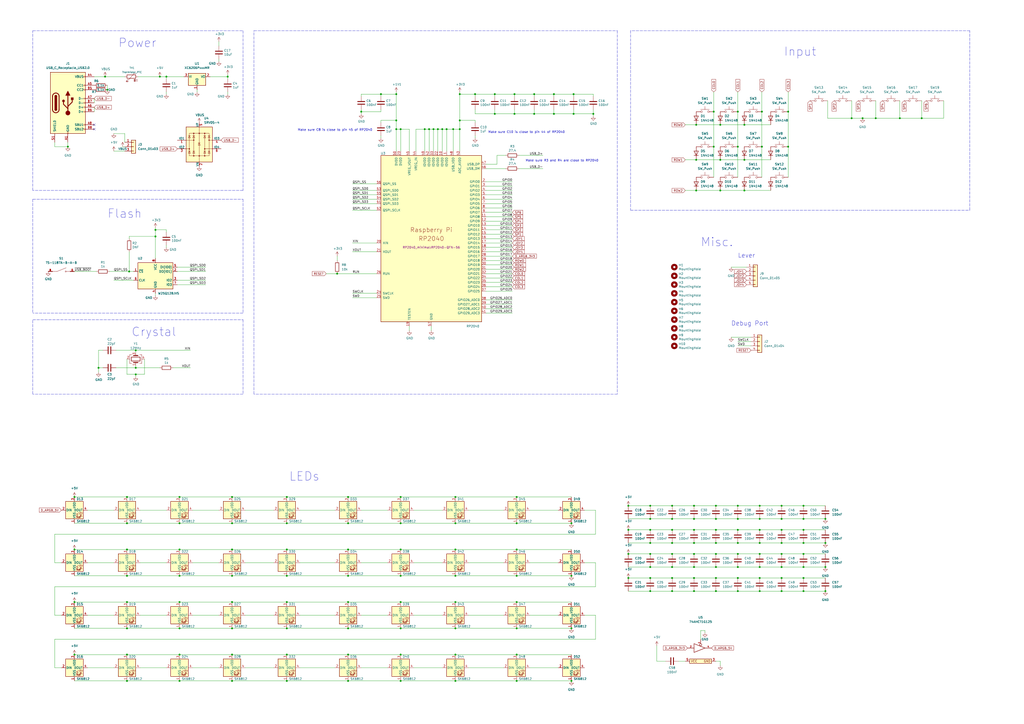
<source format=kicad_sch>
(kicad_sch (version 20211123) (generator eeschema)
  (paper "A2")
  (junction (at 500.38 68.58))
  (junction (at 104.14 394.97))
  (junction (at 73.66 303.53))
  (junction (at 73.66 334.01))
  (junction (at 508 68.58))
  (junction (at 389.89 307.34))
  (junction (at 262.89 74.93))
  (junction (at 332.74 54.61))
  (junction (at 73.66 364.49))
  (junction (at 377.19 293.37))
  (junction (at 132.08 44.45))
  (junction (at 298.45 54.61))
  (junction (at 264.16 394.97))
  (junction (at 298.45 66.04))
  (junction (at 134.62 288.29))
  (junction (at 287.02 66.04))
  (junction (at 402.59 307.34))
  (junction (at 440.69 342.9))
  (junction (at 466.09 314.96))
  (junction (at 264.16 364.49))
  (junction (at 299.72 379.73))
  (junction (at 402.59 300.99))
  (junction (at 427.99 64.77))
  (junction (at 251.46 74.93))
  (junction (at 104.14 364.49))
  (junction (at 521.97 68.58))
  (junction (at 441.96 64.77))
  (junction (at 389.89 293.37))
  (junction (at 453.39 307.34))
  (junction (at 134.62 334.01))
  (junction (at 104.14 379.73))
  (junction (at 453.39 314.96))
  (junction (at 201.93 318.77))
  (junction (at 166.37 318.77))
  (junction (at 377.19 335.28))
  (junction (at 309.88 54.61))
  (junction (at 332.74 66.04))
  (junction (at 440.69 300.99))
  (junction (at 264.16 334.01))
  (junction (at 364.49 307.34))
  (junction (at 73.66 394.97))
  (junction (at 402.59 342.9))
  (junction (at 134.62 349.25))
  (junction (at 364.49 293.37))
  (junction (at 344.17 66.04))
  (junction (at 466.09 328.93))
  (junction (at 246.38 74.93))
  (junction (at 403.86 110.49))
  (junction (at 440.69 335.28))
  (junction (at 427.99 314.96))
  (junction (at 431.8 72.39))
  (junction (at 90.17 133.35))
  (junction (at 466.09 335.28))
  (junction (at 389.89 314.96))
  (junction (at 478.79 300.99))
  (junction (at 78.74 203.2))
  (junction (at 440.69 307.34))
  (junction (at 232.41 303.53))
  (junction (at 275.59 54.61))
  (junction (at 104.14 349.25))
  (junction (at 134.62 318.77))
  (junction (at 299.72 288.29))
  (junction (at 466.09 321.31))
  (junction (at 427.99 307.34))
  (junction (at 431.8 92.71))
  (junction (at 415.29 293.37))
  (junction (at 478.79 328.93))
  (junction (at 402.59 321.31))
  (junction (at 427.99 342.9))
  (junction (at 457.2 64.77))
  (junction (at 331.47 303.53))
  (junction (at 166.37 394.97))
  (junction (at 466.09 300.99))
  (junction (at 62.23 52.07))
  (junction (at 466.09 307.34))
  (junction (at 389.89 335.28))
  (junction (at 453.39 321.31))
  (junction (at 232.41 288.29))
  (junction (at 264.16 318.77))
  (junction (at 73.66 379.73))
  (junction (at 134.62 303.53))
  (junction (at 201.93 334.01))
  (junction (at 104.14 334.01))
  (junction (at 453.39 300.99))
  (junction (at 73.66 288.29))
  (junction (at 402.59 314.96))
  (junction (at 453.39 342.9))
  (junction (at 134.62 394.97))
  (junction (at 264.16 303.53))
  (junction (at 415.29 300.99))
  (junction (at 414.02 85.09))
  (junction (at 415.29 328.93))
  (junction (at 229.87 69.85))
  (junction (at 266.7 54.61))
  (junction (at 466.09 293.37))
  (junction (at 229.87 74.93))
  (junction (at 431.8 110.49))
  (junction (at 331.47 394.97))
  (junction (at 453.39 293.37))
  (junction (at 417.83 72.39))
  (junction (at 195.58 158.75))
  (junction (at 299.72 303.53))
  (junction (at 441.96 85.09))
  (junction (at 377.19 321.31))
  (junction (at 389.89 328.93))
  (junction (at 259.08 74.93))
  (junction (at 209.55 64.77))
  (junction (at 43.18 349.25))
  (junction (at 104.14 288.29))
  (junction (at 299.72 364.49))
  (junction (at 264.16 379.73))
  (junction (at 534.67 68.58))
  (junction (at 264.16 288.29))
  (junction (at 427.99 300.99))
  (junction (at 321.31 66.04))
  (junction (at 364.49 335.28))
  (junction (at 389.89 342.9))
  (junction (at 389.89 321.31))
  (junction (at 466.09 342.9))
  (junction (at 331.47 334.01))
  (junction (at 201.93 303.53))
  (junction (at 402.59 293.37))
  (junction (at 266.7 74.93))
  (junction (at 232.41 349.25))
  (junction (at 440.69 293.37))
  (junction (at 201.93 394.97))
  (junction (at 166.37 288.29))
  (junction (at 254 74.93))
  (junction (at 299.72 334.01))
  (junction (at 415.29 321.31))
  (junction (at 256.54 74.93))
  (junction (at 166.37 349.25))
  (junction (at 104.14 303.53))
  (junction (at 134.62 364.49))
  (junction (at 248.92 74.93))
  (junction (at 331.47 364.49))
  (junction (at 43.18 318.77))
  (junction (at 90.17 137.16))
  (junction (at 73.66 349.25))
  (junction (at 427.99 335.28))
  (junction (at 264.16 349.25))
  (junction (at 415.29 314.96))
  (junction (at 166.37 303.53))
  (junction (at 232.41 334.01))
  (junction (at 415.29 307.34))
  (junction (at 104.14 318.77))
  (junction (at 201.93 349.25))
  (junction (at 232.41 364.49))
  (junction (at 494.03 68.58))
  (junction (at 166.37 379.73))
  (junction (at 134.62 379.73))
  (junction (at 73.66 318.77))
  (junction (at 60.96 44.45))
  (junction (at 232.41 379.73))
  (junction (at 57.15 213.36))
  (junction (at 440.69 314.96))
  (junction (at 427.99 85.09))
  (junction (at 377.19 314.96))
  (junction (at 389.89 300.99))
  (junction (at 377.19 342.9))
  (junction (at 427.99 328.93))
  (junction (at 266.7 69.85))
  (junction (at 377.19 328.93))
  (junction (at 92.71 44.45))
  (junction (at 453.39 328.93))
  (junction (at 427.99 293.37))
  (junction (at 402.59 335.28))
  (junction (at 427.99 321.31))
  (junction (at 403.86 72.39))
  (junction (at 78.74 213.36))
  (junction (at 39.37 85.09))
  (junction (at 166.37 334.01))
  (junction (at 299.72 318.77))
  (junction (at 96.52 44.45))
  (junction (at 415.29 335.28))
  (junction (at 201.93 364.49))
  (junction (at 299.72 349.25))
  (junction (at 78.74 217.17))
  (junction (at 232.41 318.77))
  (junction (at 321.31 54.61))
  (junction (at 201.93 288.29))
  (junction (at 440.69 321.31))
  (junction (at 377.19 300.99))
  (junction (at 309.88 66.04))
  (junction (at 166.37 364.49))
  (junction (at 440.69 328.93))
  (junction (at 43.18 379.73))
  (junction (at 201.93 379.73))
  (junction (at 478.79 314.96))
  (junction (at 478.79 342.9))
  (junction (at 453.39 335.28))
  (junction (at 220.98 54.61))
  (junction (at 417.83 92.71))
  (junction (at 415.29 342.9))
  (junction (at 364.49 321.31))
  (junction (at 457.2 85.09))
  (junction (at 229.87 54.61))
  (junction (at 414.02 64.77))
  (junction (at 232.41 394.97))
  (junction (at 74.93 157.48))
  (junction (at 377.19 307.34))
  (junction (at 287.02 54.61))
  (junction (at 232.41 74.93))
  (junction (at 299.72 394.97))
  (junction (at 403.86 92.71))
  (junction (at 402.59 328.93))
  (junction (at 43.18 288.29))
  (junction (at 417.83 110.49))
  (no_connect (at 54.61 72.39))
  (no_connect (at 54.61 74.93))
  (wire (pts (xy 281.94 95.25) (xy 288.29 95.25)))
  (wire (pts (xy 299.72 334.01) (xy 331.47 334.01)))
  (wire (pts (xy 415.29 383.54) (xy 417.83 383.54)))
  (wire (pts (xy 431.8 72.39) (xy 447.04 72.39)))
  (polyline (pts (xy 19.05 185.42) (xy 140.97 185.42)))
  (wire (pts (xy 81.28 295.91) (xy 96.52 295.91)))
  (wire (pts (xy 201.93 349.25) (xy 232.41 349.25)))
  (wire (pts (xy 195.58 148.59) (xy 195.58 151.13)))
  (wire (pts (xy 264.16 318.77) (xy 299.72 318.77)))
  (wire (pts (xy 415.29 293.37) (xy 427.99 293.37)))
  (wire (pts (xy 43.18 334.01) (xy 73.66 334.01)))
  (wire (pts (xy 417.83 110.49) (xy 431.8 110.49)))
  (wire (pts (xy 232.41 364.49) (xy 264.16 364.49)))
  (wire (pts (xy 299.72 379.73) (xy 331.47 379.73)))
  (wire (pts (xy 60.96 44.45) (xy 72.39 44.45)))
  (wire (pts (xy 414.02 64.77) (xy 414.02 85.09)))
  (wire (pts (xy 402.59 335.28) (xy 415.29 335.28)))
  (wire (pts (xy 43.18 349.25) (xy 73.66 349.25)))
  (wire (pts (xy 166.37 394.97) (xy 201.93 394.97)))
  (wire (pts (xy 389.89 321.31) (xy 402.59 321.31)))
  (wire (pts (xy 111.76 295.91) (xy 127 295.91)))
  (wire (pts (xy 240.03 295.91) (xy 256.54 295.91)))
  (wire (pts (xy 287.02 63.5) (xy 287.02 66.04)))
  (wire (pts (xy 281.94 148.59) (xy 297.18 148.59)))
  (wire (pts (xy 271.78 356.87) (xy 292.1 356.87)))
  (wire (pts (xy 204.47 110.49) (xy 218.44 110.49)))
  (wire (pts (xy 134.62 379.73) (xy 166.37 379.73)))
  (polyline (pts (xy 140.97 181.61) (xy 19.05 181.61)))
  (wire (pts (xy 127 24.13) (xy 127 26.67)))
  (wire (pts (xy 254 74.93) (xy 256.54 74.93)))
  (polyline (pts (xy 365.76 121.92) (xy 562.61 121.92)))
  (wire (pts (xy 78.74 213.36) (xy 92.71 213.36)))
  (wire (pts (xy 321.31 54.61) (xy 332.74 54.61)))
  (wire (pts (xy 31.75 356.87) (xy 35.56 356.87)))
  (wire (pts (xy 50.8 295.91) (xy 66.04 295.91)))
  (wire (pts (xy 427.99 314.96) (xy 440.69 314.96)))
  (wire (pts (xy 259.08 74.93) (xy 259.08 87.63)))
  (wire (pts (xy 466.09 300.99) (xy 478.79 300.99)))
  (wire (pts (xy 298.45 55.88) (xy 298.45 54.61)))
  (wire (pts (xy 114.3 52.07) (xy 114.3 53.34)))
  (wire (pts (xy 264.16 379.73) (xy 299.72 379.73)))
  (wire (pts (xy 288.29 90.17) (xy 288.29 95.25)))
  (wire (pts (xy 427.99 321.31) (xy 440.69 321.31)))
  (polyline (pts (xy 365.76 17.78) (xy 365.76 121.92)))
  (wire (pts (xy 43.18 288.29) (xy 73.66 288.29)))
  (wire (pts (xy 377.19 342.9) (xy 389.89 342.9)))
  (wire (pts (xy 73.66 334.01) (xy 104.14 334.01)))
  (wire (pts (xy 266.7 54.61) (xy 266.7 69.85)))
  (wire (pts (xy 73.66 217.17) (xy 78.74 217.17)))
  (wire (pts (xy 494.03 68.58) (xy 500.38 68.58)))
  (wire (pts (xy 237.49 74.93) (xy 232.41 74.93)))
  (wire (pts (xy 345.44 340.36) (xy 31.75 340.36)))
  (wire (pts (xy 237.49 87.63) (xy 237.49 74.93)))
  (wire (pts (xy 209.55 63.5) (xy 209.55 64.77)))
  (wire (pts (xy 281.94 143.51) (xy 297.18 143.51)))
  (wire (pts (xy 299.72 394.97) (xy 331.47 394.97)))
  (wire (pts (xy 111.76 326.39) (xy 127 326.39)))
  (wire (pts (xy 72.39 77.47) (xy 66.04 77.47)))
  (wire (pts (xy 201.93 379.73) (xy 232.41 379.73)))
  (polyline (pts (xy 140.97 185.42) (xy 140.97 228.6)))
  (wire (pts (xy 275.59 71.12) (xy 275.59 69.85)))
  (wire (pts (xy 364.49 293.37) (xy 377.19 293.37)))
  (wire (pts (xy 246.38 74.93) (xy 248.92 74.93)))
  (wire (pts (xy 54.61 57.15) (xy 54.61 59.69)))
  (wire (pts (xy 424.18 195.58) (xy 435.61 195.58)))
  (wire (pts (xy 74.93 138.43) (xy 74.93 137.16)))
  (wire (pts (xy 209.55 64.77) (xy 220.98 64.77)))
  (wire (pts (xy 403.86 92.71) (xy 417.83 92.71)))
  (wire (pts (xy 264.16 334.01) (xy 299.72 334.01)))
  (wire (pts (xy 281.94 107.95) (xy 297.18 107.95)))
  (wire (pts (xy 427.99 335.28) (xy 440.69 335.28)))
  (wire (pts (xy 63.5 157.48) (xy 74.93 157.48)))
  (wire (pts (xy 309.88 66.04) (xy 298.45 66.04)))
  (wire (pts (xy 427.99 342.9) (xy 440.69 342.9)))
  (wire (pts (xy 332.74 55.88) (xy 332.74 54.61)))
  (wire (pts (xy 381 383.54) (xy 381 374.65)))
  (polyline (pts (xy 358.14 17.78) (xy 358.14 228.6)))
  (wire (pts (xy 104.14 379.73) (xy 134.62 379.73)))
  (wire (pts (xy 494.03 58.42) (xy 494.03 68.58)))
  (wire (pts (xy 534.67 58.42) (xy 534.67 68.58)))
  (wire (pts (xy 275.59 78.74) (xy 275.59 80.01)))
  (wire (pts (xy 92.71 44.45) (xy 96.52 44.45)))
  (wire (pts (xy 281.94 156.21) (xy 297.18 156.21)))
  (polyline (pts (xy 19.05 17.78) (xy 29.21 17.78)))
  (wire (pts (xy 106.68 44.45) (xy 96.52 44.45)))
  (wire (pts (xy 281.94 138.43) (xy 297.18 138.43)))
  (wire (pts (xy 102.87 162.56) (xy 119.38 162.56)))
  (wire (pts (xy 288.29 90.17) (xy 293.37 90.17)))
  (wire (pts (xy 453.39 300.99) (xy 466.09 300.99)))
  (wire (pts (xy 220.98 69.85) (xy 229.87 69.85)))
  (wire (pts (xy 364.49 314.96) (xy 377.19 314.96)))
  (wire (pts (xy 547.37 58.42) (xy 547.37 68.58)))
  (wire (pts (xy 201.93 318.77) (xy 232.41 318.77)))
  (wire (pts (xy 201.93 303.53) (xy 232.41 303.53)))
  (wire (pts (xy 72.39 82.55) (xy 72.39 77.47)))
  (wire (pts (xy 440.69 314.96) (xy 453.39 314.96)))
  (wire (pts (xy 96.52 134.62) (xy 96.52 133.35)))
  (wire (pts (xy 281.94 140.97) (xy 297.18 140.97)))
  (wire (pts (xy 57.15 203.2) (xy 57.15 213.36)))
  (wire (pts (xy 264.16 349.25) (xy 299.72 349.25)))
  (wire (pts (xy 466.09 335.28) (xy 478.79 335.28)))
  (wire (pts (xy 166.37 379.73) (xy 201.93 379.73)))
  (wire (pts (xy 332.74 54.61) (xy 344.17 54.61)))
  (wire (pts (xy 104.14 288.29) (xy 134.62 288.29)))
  (wire (pts (xy 266.7 74.93) (xy 266.7 87.63)))
  (wire (pts (xy 386.08 383.54) (xy 381 383.54)))
  (wire (pts (xy 508 58.42) (xy 508 68.58)))
  (wire (pts (xy 397.51 92.71) (xy 403.86 92.71)))
  (wire (pts (xy 457.2 64.77) (xy 457.2 85.09)))
  (wire (pts (xy 50.8 326.39) (xy 66.04 326.39)))
  (wire (pts (xy 74.93 137.16) (xy 90.17 137.16)))
  (wire (pts (xy 142.24 356.87) (xy 158.75 356.87)))
  (wire (pts (xy 256.54 74.93) (xy 259.08 74.93)))
  (wire (pts (xy 427.99 198.12) (xy 435.61 198.12)))
  (wire (pts (xy 237.49 189.23) (xy 237.49 191.77)))
  (wire (pts (xy 397.51 72.39) (xy 403.86 72.39)))
  (wire (pts (xy 209.55 55.88) (xy 209.55 54.61)))
  (wire (pts (xy 281.94 158.75) (xy 297.18 158.75)))
  (wire (pts (xy 204.47 115.57) (xy 218.44 115.57)))
  (wire (pts (xy 307.34 295.91) (xy 323.85 295.91)))
  (wire (pts (xy 389.89 307.34) (xy 402.59 307.34)))
  (polyline (pts (xy 562.61 121.92) (xy 562.61 17.78)))
  (wire (pts (xy 96.52 53.34) (xy 96.52 54.61)))
  (wire (pts (xy 364.49 335.28) (xy 377.19 335.28)))
  (wire (pts (xy 90.17 133.35) (xy 90.17 137.16)))
  (wire (pts (xy 389.89 293.37) (xy 402.59 293.37)))
  (wire (pts (xy 266.7 53.34) (xy 266.7 54.61)))
  (wire (pts (xy 299.72 303.53) (xy 331.47 303.53)))
  (wire (pts (xy 262.89 87.63) (xy 262.89 74.93)))
  (wire (pts (xy 364.49 328.93) (xy 377.19 328.93)))
  (wire (pts (xy 90.17 170.18) (xy 90.17 171.45)))
  (wire (pts (xy 78.74 204.47) (xy 78.74 203.2)))
  (wire (pts (xy 248.92 74.93) (xy 251.46 74.93)))
  (wire (pts (xy 427.99 300.99) (xy 440.69 300.99)))
  (wire (pts (xy 241.3 74.93) (xy 246.38 74.93)))
  (wire (pts (xy 96.52 133.35) (xy 90.17 133.35)))
  (wire (pts (xy 281.94 163.83) (xy 297.18 163.83)))
  (polyline (pts (xy 19.05 115.57) (xy 19.05 181.61)))
  (wire (pts (xy 414.02 85.09) (xy 414.02 102.87)))
  (wire (pts (xy 321.31 55.88) (xy 321.31 54.61)))
  (wire (pts (xy 104.14 334.01) (xy 134.62 334.01)))
  (wire (pts (xy 377.19 307.34) (xy 389.89 307.34)))
  (wire (pts (xy 54.61 44.45) (xy 60.96 44.45)))
  (wire (pts (xy 266.7 69.85) (xy 275.59 69.85)))
  (wire (pts (xy 220.98 64.77) (xy 220.98 63.5)))
  (wire (pts (xy 402.59 342.9) (xy 415.29 342.9)))
  (wire (pts (xy 256.54 87.63) (xy 256.54 74.93)))
  (wire (pts (xy 427.99 293.37) (xy 440.69 293.37)))
  (wire (pts (xy 102.87 154.94) (xy 119.38 154.94)))
  (wire (pts (xy 281.94 133.35) (xy 297.18 133.35)))
  (wire (pts (xy 57.15 213.36) (xy 57.15 215.9)))
  (wire (pts (xy 466.09 307.34) (xy 478.79 307.34)))
  (wire (pts (xy 345.44 309.88) (xy 31.75 309.88)))
  (wire (pts (xy 440.69 335.28) (xy 453.39 335.28)))
  (wire (pts (xy 240.03 387.35) (xy 256.54 387.35)))
  (wire (pts (xy 427.99 53.34) (xy 427.99 64.77)))
  (wire (pts (xy 102.87 157.48) (xy 119.38 157.48)))
  (wire (pts (xy 83.82 217.17) (xy 83.82 208.28)))
  (wire (pts (xy 218.44 106.68) (xy 204.47 106.68)))
  (wire (pts (xy 262.89 74.93) (xy 266.7 74.93)))
  (wire (pts (xy 259.08 74.93) (xy 262.89 74.93)))
  (wire (pts (xy 232.41 87.63) (xy 232.41 74.93)))
  (polyline (pts (xy 358.14 228.6) (xy 147.32 228.6)))
  (wire (pts (xy 339.09 295.91) (xy 345.44 295.91)))
  (wire (pts (xy 134.62 394.97) (xy 166.37 394.97)))
  (wire (pts (xy 431.8 110.49) (xy 447.04 110.49)))
  (wire (pts (xy 248.92 87.63) (xy 248.92 74.93)))
  (wire (pts (xy 104.14 394.97) (xy 134.62 394.97)))
  (wire (pts (xy 201.93 394.97) (xy 232.41 394.97)))
  (wire (pts (xy 173.99 387.35) (xy 194.31 387.35)))
  (wire (pts (xy 111.76 356.87) (xy 127 356.87)))
  (wire (pts (xy 281.94 97.79) (xy 293.37 97.79)))
  (wire (pts (xy 134.62 334.01) (xy 166.37 334.01)))
  (polyline (pts (xy 140.97 115.57) (xy 140.97 181.61)))
  (wire (pts (xy 415.29 342.9) (xy 427.99 342.9)))
  (wire (pts (xy 232.41 318.77) (xy 264.16 318.77)))
  (wire (pts (xy 218.44 121.92) (xy 204.47 121.92)))
  (wire (pts (xy 440.69 293.37) (xy 453.39 293.37)))
  (wire (pts (xy 299.72 318.77) (xy 331.47 318.77)))
  (wire (pts (xy 104.14 303.53) (xy 134.62 303.53)))
  (wire (pts (xy 59.69 213.36) (xy 57.15 213.36)))
  (wire (pts (xy 281.94 168.91) (xy 297.18 168.91)))
  (wire (pts (xy 466.09 321.31) (xy 478.79 321.31)))
  (wire (pts (xy 229.87 69.85) (xy 229.87 74.93)))
  (wire (pts (xy 415.29 307.34) (xy 427.99 307.34)))
  (wire (pts (xy 402.59 300.99) (xy 415.29 300.99)))
  (wire (pts (xy 134.62 303.53) (xy 166.37 303.53)))
  (wire (pts (xy 300.99 97.79) (xy 314.96 97.79)))
  (wire (pts (xy 417.83 383.54) (xy 417.83 386.08)))
  (wire (pts (xy 389.89 300.99) (xy 402.59 300.99)))
  (wire (pts (xy 102.87 165.1) (xy 119.38 165.1)))
  (wire (pts (xy 281.94 166.37) (xy 297.18 166.37)))
  (wire (pts (xy 453.39 314.96) (xy 466.09 314.96)))
  (wire (pts (xy 453.39 342.9) (xy 466.09 342.9)))
  (polyline (pts (xy 140.97 17.78) (xy 140.97 110.49)))
  (wire (pts (xy 229.87 74.93) (xy 229.87 87.63)))
  (wire (pts (xy 389.89 342.9) (xy 402.59 342.9)))
  (wire (pts (xy 229.87 53.34) (xy 229.87 54.61)))
  (wire (pts (xy 344.17 55.88) (xy 344.17 54.61)))
  (wire (pts (xy 298.45 66.04) (xy 287.02 66.04)))
  (wire (pts (xy 31.75 387.35) (xy 35.56 387.35)))
  (wire (pts (xy 78.74 212.09) (xy 78.74 213.36)))
  (wire (pts (xy 431.8 92.71) (xy 447.04 92.71)))
  (wire (pts (xy 73.66 318.77) (xy 104.14 318.77)))
  (wire (pts (xy 377.19 328.93) (xy 389.89 328.93)))
  (wire (pts (xy 134.62 288.29) (xy 166.37 288.29)))
  (wire (pts (xy 31.75 85.09) (xy 39.37 85.09)))
  (wire (pts (xy 232.41 288.29) (xy 264.16 288.29)))
  (wire (pts (xy 307.34 387.35) (xy 323.85 387.35)))
  (wire (pts (xy 59.69 203.2) (xy 57.15 203.2)))
  (wire (pts (xy 453.39 321.31) (xy 466.09 321.31)))
  (wire (pts (xy 402.59 293.37) (xy 415.29 293.37)))
  (wire (pts (xy 132.08 53.34) (xy 132.08 54.61)))
  (wire (pts (xy 287.02 66.04) (xy 275.59 66.04)))
  (wire (pts (xy 220.98 55.88) (xy 220.98 54.61)))
  (wire (pts (xy 408.94 367.03) (xy 408.94 365.76)))
  (wire (pts (xy 281.94 173.99) (xy 297.18 173.99)))
  (wire (pts (xy 43.18 379.73) (xy 73.66 379.73)))
  (wire (pts (xy 480.06 68.58) (xy 494.03 68.58)))
  (wire (pts (xy 43.18 394.97) (xy 73.66 394.97)))
  (wire (pts (xy 345.44 356.87) (xy 345.44 370.84)))
  (wire (pts (xy 173.99 356.87) (xy 194.31 356.87)))
  (wire (pts (xy 134.62 318.77) (xy 166.37 318.77)))
  (wire (pts (xy 427.99 64.77) (xy 427.99 85.09)))
  (wire (pts (xy 339.09 356.87) (xy 345.44 356.87)))
  (wire (pts (xy 209.55 295.91) (xy 224.79 295.91)))
  (wire (pts (xy 31.75 309.88) (xy 31.75 326.39)))
  (wire (pts (xy 220.98 78.74) (xy 220.98 80.01)))
  (wire (pts (xy 281.94 110.49) (xy 297.18 110.49)))
  (wire (pts (xy 281.94 135.89) (xy 297.18 135.89)))
  (wire (pts (xy 345.44 326.39) (xy 345.44 340.36)))
  (wire (pts (xy 142.24 295.91) (xy 158.75 295.91)))
  (wire (pts (xy 264.16 394.97) (xy 299.72 394.97)))
  (wire (pts (xy 73.66 364.49) (xy 104.14 364.49)))
  (wire (pts (xy 251.46 74.93) (xy 254 74.93)))
  (wire (pts (xy 78.74 203.2) (xy 110.49 203.2)))
  (wire (pts (xy 232.41 303.53) (xy 264.16 303.53)))
  (wire (pts (xy 251.46 87.63) (xy 251.46 74.93)))
  (wire (pts (xy 281.94 113.03) (xy 297.18 113.03)))
  (wire (pts (xy 201.93 364.49) (xy 232.41 364.49)))
  (wire (pts (xy 417.83 92.71) (xy 431.8 92.71)))
  (wire (pts (xy 321.31 66.04) (xy 309.88 66.04)))
  (wire (pts (xy 74.93 146.05) (xy 74.93 157.48)))
  (wire (pts (xy 466.09 342.9) (xy 478.79 342.9)))
  (wire (pts (xy 232.41 379.73) (xy 264.16 379.73)))
  (wire (pts (xy 121.92 44.45) (xy 132.08 44.45)))
  (wire (pts (xy 104.14 318.77) (xy 134.62 318.77)))
  (wire (pts (xy 415.29 321.31) (xy 427.99 321.31)))
  (polyline (pts (xy 562.61 17.78) (xy 365.76 17.78)))
  (wire (pts (xy 43.18 303.53) (xy 73.66 303.53)))
  (wire (pts (xy 307.34 356.87) (xy 323.85 356.87)))
  (wire (pts (xy 534.67 68.58) (xy 521.97 68.58)))
  (wire (pts (xy 266.7 54.61) (xy 275.59 54.61)))
  (wire (pts (xy 201.93 288.29) (xy 232.41 288.29)))
  (wire (pts (xy 521.97 68.58) (xy 508 68.58)))
  (wire (pts (xy 332.74 63.5) (xy 332.74 66.04)))
  (wire (pts (xy 466.09 293.37) (xy 478.79 293.37)))
  (wire (pts (xy 466.09 328.93) (xy 478.79 328.93)))
  (wire (pts (xy 232.41 349.25) (xy 264.16 349.25)))
  (wire (pts (xy 275.59 54.61) (xy 287.02 54.61)))
  (wire (pts (xy 220.98 54.61) (xy 229.87 54.61)))
  (wire (pts (xy 43.18 318.77) (xy 73.66 318.77)))
  (wire (pts (xy 299.72 364.49) (xy 331.47 364.49)))
  (wire (pts (xy 377.19 321.31) (xy 389.89 321.31)))
  (wire (pts (xy 204.47 140.97) (xy 218.44 140.97)))
  (wire (pts (xy 100.33 213.36) (xy 110.49 213.36)))
  (wire (pts (xy 241.3 87.63) (xy 241.3 74.93)))
  (wire (pts (xy 31.75 326.39) (xy 35.56 326.39)))
  (wire (pts (xy 281.94 151.13) (xy 297.18 151.13)))
  (wire (pts (xy 232.41 74.93) (xy 229.87 74.93)))
  (wire (pts (xy 281.94 176.53) (xy 297.18 176.53)))
  (polyline (pts (xy 19.05 110.49) (xy 19.05 17.78)))
  (wire (pts (xy 332.74 66.04) (xy 344.17 66.04)))
  (wire (pts (xy 321.31 63.5) (xy 321.31 66.04)))
  (wire (pts (xy 427.99 200.66) (xy 435.61 200.66)))
  (wire (pts (xy 209.55 356.87) (xy 224.79 356.87)))
  (wire (pts (xy 300.99 90.17) (xy 314.96 90.17)))
  (wire (pts (xy 81.28 326.39) (xy 96.52 326.39)))
  (wire (pts (xy 466.09 314.96) (xy 478.79 314.96)))
  (wire (pts (xy 281.94 130.81) (xy 297.18 130.81)))
  (wire (pts (xy 254 87.63) (xy 254 74.93)))
  (wire (pts (xy 364.49 300.99) (xy 377.19 300.99)))
  (wire (pts (xy 142.24 326.39) (xy 158.75 326.39)))
  (wire (pts (xy 232.41 334.01) (xy 264.16 334.01)))
  (wire (pts (xy 209.55 54.61) (xy 220.98 54.61)))
  (polyline (pts (xy 140.97 228.6) (xy 19.05 228.6)))
  (wire (pts (xy 521.97 58.42) (xy 521.97 68.58)))
  (wire (pts (xy 73.66 208.28) (xy 73.66 217.17)))
  (wire (pts (xy 229.87 54.61) (xy 229.87 69.85)))
  (wire (pts (xy 132.08 44.45) (xy 132.08 43.18)))
  (wire (pts (xy 232.41 394.97) (xy 264.16 394.97)))
  (wire (pts (xy 440.69 300.99) (xy 453.39 300.99)))
  (wire (pts (xy 441.96 85.09) (xy 441.96 102.87)))
  (wire (pts (xy 281.94 146.05) (xy 297.18 146.05)))
  (wire (pts (xy 80.01 44.45) (xy 92.71 44.45)))
  (wire (pts (xy 441.96 53.34) (xy 441.96 64.77)))
  (wire (pts (xy 415.29 328.93) (xy 427.99 328.93)))
  (wire (pts (xy 377.19 293.37) (xy 389.89 293.37)))
  (wire (pts (xy 427.99 85.09) (xy 427.99 102.87)))
  (wire (pts (xy 344.17 63.5) (xy 344.17 66.04)))
  (wire (pts (xy 50.8 356.87) (xy 66.04 356.87)))
  (wire (pts (xy 204.47 118.11) (xy 218.44 118.11)))
  (wire (pts (xy 299.72 288.29) (xy 331.47 288.29)))
  (wire (pts (xy 50.8 387.35) (xy 66.04 387.35)))
  (wire (pts (xy 104.14 349.25) (xy 134.62 349.25)))
  (wire (pts (xy 173.99 326.39) (xy 194.31 326.39)))
  (wire (pts (xy 287.02 55.88) (xy 287.02 54.61)))
  (wire (pts (xy 266.7 69.85) (xy 266.7 74.93)))
  (wire (pts (xy 393.7 383.54) (xy 397.51 383.54)))
  (wire (pts (xy 406.4 365.76) (xy 406.4 370.84)))
  (wire (pts (xy 67.31 213.36) (xy 78.74 213.36)))
  (wire (pts (xy 62.23 49.53) (xy 62.23 52.07)))
  (wire (pts (xy 73.66 379.73) (xy 104.14 379.73)))
  (wire (pts (xy 281.94 181.61) (xy 297.18 181.61)))
  (wire (pts (xy 345.44 295.91) (xy 345.44 309.88)))
  (wire (pts (xy 281.94 120.65) (xy 297.18 120.65)))
  (wire (pts (xy 81.28 356.87) (xy 96.52 356.87)))
  (wire (pts (xy 81.28 387.35) (xy 96.52 387.35)))
  (wire (pts (xy 345.44 370.84) (xy 31.75 370.84)))
  (wire (pts (xy 364.49 307.34) (xy 377.19 307.34)))
  (wire (pts (xy 218.44 170.18) (xy 204.47 170.18)))
  (wire (pts (xy 298.45 54.61) (xy 309.88 54.61)))
  (wire (pts (xy 453.39 328.93) (xy 466.09 328.93)))
  (wire (pts (xy 43.18 364.49) (xy 73.66 364.49)))
  (wire (pts (xy 264.16 288.29) (xy 299.72 288.29)))
  (wire (pts (xy 66.04 162.56) (xy 77.47 162.56)))
  (wire (pts (xy 166.37 318.77) (xy 201.93 318.77)))
  (wire (pts (xy 415.29 300.99) (xy 427.99 300.99)))
  (wire (pts (xy 508 68.58) (xy 500.38 68.58)))
  (wire (pts (xy 440.69 307.34) (xy 453.39 307.34)))
  (wire (pts (xy 90.17 137.16) (xy 90.17 149.86)))
  (wire (pts (xy 415.29 314.96) (xy 427.99 314.96)))
  (wire (pts (xy 31.75 82.55) (xy 31.75 85.09)))
  (wire (pts (xy 195.58 158.75) (xy 218.44 158.75)))
  (wire (pts (xy 440.69 342.9) (xy 453.39 342.9)))
  (wire (pts (xy 271.78 326.39) (xy 292.1 326.39)))
  (wire (pts (xy 408.94 365.76) (xy 406.4 365.76)))
  (wire (pts (xy 73.66 349.25) (xy 104.14 349.25)))
  (wire (pts (xy 547.37 68.58) (xy 534.67 68.58)))
  (wire (pts (xy 402.59 307.34) (xy 415.29 307.34)))
  (wire (pts (xy 166.37 364.49) (xy 201.93 364.49)))
  (wire (pts (xy 55.88 157.48) (xy 43.18 157.48)))
  (wire (pts (xy 166.37 334.01) (xy 201.93 334.01)))
  (wire (pts (xy 427.99 307.34) (xy 440.69 307.34)))
  (wire (pts (xy 132.08 45.72) (xy 132.08 44.45)))
  (wire (pts (xy 73.66 394.97) (xy 104.14 394.97)))
  (wire (pts (xy 377.19 300.99) (xy 389.89 300.99)))
  (wire (pts (xy 218.44 146.05) (xy 204.47 146.05)))
  (wire (pts (xy 441.96 64.77) (xy 441.96 85.09)))
  (polyline (pts (xy 147.32 17.78) (xy 358.14 17.78)))
  (wire (pts (xy 309.88 54.61) (xy 321.31 54.61)))
  (wire (pts (xy 74.93 157.48) (xy 77.47 157.48)))
  (wire (pts (xy 415.29 335.28) (xy 427.99 335.28)))
  (wire (pts (xy 453.39 335.28) (xy 466.09 335.28)))
  (wire (pts (xy 332.74 66.04) (xy 321.31 66.04)))
  (wire (pts (xy 166.37 303.53) (xy 201.93 303.53)))
  (wire (pts (xy 480.06 58.42) (xy 480.06 68.58)))
  (wire (pts (xy 67.31 203.2) (xy 78.74 203.2)))
  (wire (pts (xy 201.93 334.01) (xy 232.41 334.01)))
  (wire (pts (xy 134.62 349.25) (xy 166.37 349.25)))
  (wire (pts (xy 281.94 118.11) (xy 297.18 118.11)))
  (wire (pts (xy 377.19 314.96) (xy 389.89 314.96)))
  (wire (pts (xy 220.98 71.12) (xy 220.98 69.85)))
  (wire (pts (xy 246.38 87.63) (xy 246.38 74.93)))
  (wire (pts (xy 78.74 217.17) (xy 83.82 217.17)))
  (wire (pts (xy 189.23 158.75) (xy 195.58 158.75)))
  (wire (pts (xy 377.19 335.28) (xy 389.89 335.28)))
  (wire (pts (xy 111.76 387.35) (xy 127 387.35)))
  (wire (pts (xy 275.59 63.5) (xy 275.59 66.04)))
  (wire (pts (xy 134.62 364.49) (xy 166.37 364.49)))
  (wire (pts (xy 453.39 293.37) (xy 466.09 293.37)))
  (wire (pts (xy 204.47 113.03) (xy 218.44 113.03)))
  (wire (pts (xy 73.66 288.29) (xy 104.14 288.29)))
  (wire (pts (xy 90.17 132.08) (xy 90.17 133.35)))
  (wire (pts (xy 299.72 349.25) (xy 331.47 349.25)))
  (polyline (pts (xy 29.21 17.78) (xy 140.97 17.78)))
  (wire (pts (xy 424.18 154.94) (xy 433.07 154.94)))
  (wire (pts (xy 250.19 189.23) (xy 250.19 191.77)))
  (wire (pts (xy 281.94 179.07) (xy 297.18 179.07)))
  (wire (pts (xy 240.03 356.87) (xy 256.54 356.87)))
  (wire (pts (xy 414.02 53.34) (xy 414.02 64.77)))
  (polyline (pts (xy 147.32 228.6) (xy 147.32 17.78)))
  (wire (pts (xy 73.66 303.53) (xy 104.14 303.53)))
  (wire (pts (xy 281.94 153.67) (xy 297.18 153.67)))
  (wire (pts (xy 39.37 82.55) (xy 39.37 85.09)))
  (wire (pts (xy 209.55 326.39) (xy 224.79 326.39)))
  (wire (pts (xy 281.94 161.29) (xy 297.18 161.29)))
  (wire (pts (xy 78.74 217.17) (xy 78.74 218.44)))
  (wire (pts (xy 31.75 370.84) (xy 31.75 387.35)))
  (wire (pts (xy 344.17 66.04) (xy 344.17 67.31)))
  (wire (pts (xy 457.2 53.34) (xy 457.2 64.77)))
  (wire (pts (xy 457.2 85.09) (xy 457.2 102.87)))
  (polyline (pts (xy 19.05 228.6) (xy 19.05 185.42)))
  (wire (pts (xy 104.14 364.49) (xy 134.62 364.49)))
  (wire (pts (xy 389.89 328.93) (xy 402.59 328.93)))
  (wire (pts (xy 417.83 72.39) (xy 431.8 72.39)))
  (wire (pts (xy 218.44 172.72) (xy 204.47 172.72)))
  (wire (pts (xy 142.24 387.35) (xy 158.75 387.35)))
  (wire (pts (xy 403.86 72.39) (xy 417.83 72.39)))
  (wire (pts (xy 389.89 314.96) (xy 402.59 314.96)))
  (wire (pts (xy 440.69 328.93) (xy 453.39 328.93)))
  (wire (pts (xy 240.03 326.39) (xy 256.54 326.39)))
  (wire (pts (xy 271.78 387.35) (xy 292.1 387.35)))
  (wire (pts (xy 127 34.29) (xy 127 35.56)))
  (wire (pts (xy 71.12 85.09) (xy 72.39 85.09)))
  (wire (pts (xy 397.51 110.49) (xy 403.86 110.49)))
  (wire (pts (xy 440.69 321.31) (xy 453.39 321.31)))
  (wire (pts (xy 309.88 63.5) (xy 309.88 66.04)))
  (polyline (pts (xy 19.05 115.57) (xy 140.97 115.57)))
  (wire (pts (xy 403.86 110.49) (xy 417.83 110.49)))
  (wire (pts (xy 275.59 55.88) (xy 275.59 54.61)))
  (wire (pts (xy 389.89 335.28) (xy 402.59 335.28)))
  (wire (pts (xy 364.49 321.31) (xy 377.19 321.31)))
  (wire (pts (xy 264.16 303.53) (xy 299.72 303.53)))
  (wire (pts (xy 307.34 326.39) (xy 323.85 326.39)))
  (polyline (pts (xy 140.97 110.49) (xy 19.05 110.49)))
  (wire (pts (xy 281.94 125.73) (xy 297.18 125.73)))
  (wire (pts (xy 364.49 342.9) (xy 377.19 342.9)))
  (wire (pts (xy 166.37 349.25) (xy 201.93 349.25)))
  (wire (pts (xy 271.78 295.91) (xy 292.1 295.91)))
  (wire (pts (xy 209.55 64.77) (xy 209.55 66.04)))
  (wire (pts (xy 66.04 87.63) (xy 72.39 87.63)))
  (wire (pts (xy 173.99 295.91) (xy 194.31 295.91)))
  (wire (pts (xy 31.75 340.36) (xy 31.75 356.87)))
  (wire (pts (xy 281.94 128.27) (xy 297.18 128.27)))
  (wire (pts (xy 281.94 123.19) (xy 297.18 123.19)))
  (wire (pts (xy 298.45 63.5) (xy 298.45 66.04)))
  (wire (pts (xy 287.02 54.61) (xy 298.45 54.61)))
  (wire (pts (xy 309.88 55.88) (xy 309.88 54.61)))
  (wire (pts (xy 264.16 364.49) (xy 299.72 364.49)))
  (wire (pts (xy 402.59 314.96) (xy 415.29 314.96)))
  (wire (pts (xy 402.59 321.31) (xy 415.29 321.31)))
  (wire (pts (xy 281.94 115.57) (xy 297.18 115.57)))
  (wire (pts (xy 166.37 288.29) (xy 201.93 288.29)))
  (wire (pts (xy 427.99 328.93) (xy 440.69 328.93)))
  (wire (pts (xy 281.94 105.41) (xy 297.18 105.41)))
  (wire (pts (xy 96.52 45.72) (xy 96.52 44.45)))
  (wire (pts (xy 96.52 142.24) (xy 96.52 143.51)))
  (wire (pts (xy 453.39 307.34) (xy 466.09 307.34)))
  (wire (pts (xy 402.59 328.93) (xy 415.29 328.93)))
  (wire (pts (xy 209.55 387.35) (xy 224.79 387.35)))
  (wire (pts (xy 339.09 326.39) (xy 345.44 326.39)))
  (wire (pts (xy 54.61 62.23) (xy 54.61 64.77)))
  (text "Misc." (at 406.4 143.51 0) (effects (font (size 5 5)) (justify left bottom)))
  (text "Crystal" (at 76.2 195.58 0) (effects (font (size 5 5)) (justify left bottom)))
  (text "Make sure C8 is close to pin 45 of RP2040" (at 172.72 76.2 0) (effects (font (size 1.27 1.27)) (justify left bottom)))
  (text "Make sure R3 and R4 are close to RP2040" (at 304.8 93.98 0) (effects (font (size 1.27 1.27)) (justify left bottom)))
  (text "Flash" (at 62.23 127 0) (effects (font (size 5 5)) (justify left bottom)))
  (text "Debug Port" (at 424.18 189.23 0) (effects (font (size 2.54 2.54)) (justify left bottom)))
  (text "Make sure C10 is close to pin 44 of RP2040" (at 283.21 77.47 0) (effects (font (size 1.27 1.27)) (justify left bottom)))
  (text "LEDs" (at 167.64 279.4 0) (effects (font (size 5 5)) (justify left bottom)))
  (text "Lever" (at 427.99 149.86 0) (effects (font (size 2.54 2.54)) (justify left bottom)))
  (text "Power" (at 68.58 27.94 0) (effects (font (size 5 5)) (justify left bottom)))
  (text "Input\n" (at 454.66 33.02 0) (effects (font (size 5 5)) (justify left bottom)))
  (label "QSPI_SS" (at 66.04 157.48 0))
  (label "GPIO26_ADC0" (at 297.18 173.99 180))
  (label "QSPI_SCLK" (at 66.04 162.56 0))
  (label "USB_D-" (at 314.96 97.79 180))
  (label "GPIO29_ADC3" (at 297.18 181.61 180))
  (label "QSPI_SD3" (at 119.38 165.1 180))
  (label "GPIO25" (at 297.18 168.91 180))
  (label "GPIO9" (at 297.18 128.27 180))
  (label "QSPI_SD2" (at 204.47 115.57 0))
  (label "GPIO27_ADC1" (at 297.18 176.53 180))
  (label "QSPI_SD2" (at 119.38 162.56 180))
  (label "GPIO28_ADC2" (at 297.18 179.07 180))
  (label "GPIO5" (at 297.18 118.11 180))
  (label "GPIO19" (at 297.18 153.67 180))
  (label "GPIO4" (at 297.18 115.57 180))
  (label "XIN" (at 204.47 140.97 0))
  (label "SWCLK" (at 204.47 170.18 0))
  (label "GPIO21" (at 297.18 158.75 180))
  (label "QSPI_SD0" (at 204.47 110.49 0))
  (label "GPIO18" (at 297.18 151.13 180))
  (label "QSPI_SD1" (at 119.38 157.48 180))
  (label "GPIO6" (at 297.18 120.65 180))
  (label "GPIO13" (at 297.18 138.43 180))
  (label "GPIO15" (at 297.18 143.51 180))
  (label "XOUT" (at 204.47 146.05 0))
  (label "RUN" (at 204.47 158.75 0))
  (label "QSPI_SD0" (at 119.38 154.94 180))
  (label "GPIO22" (at 297.18 161.29 180))
  (label "QSPI_SS" (at 204.47 106.68 0))
  (label "GPIO20" (at 297.18 156.21 180))
  (label "GPIO8" (at 297.18 125.73 180))
  (label "QSPI_SCLK" (at 204.47 121.92 0))
  (label "GPIO2" (at 297.18 110.49 180))
  (label "~{USB_BOOT}" (at 43.18 157.48 0))
  (label "USB_D+" (at 314.96 90.17 180))
  (label "GPIO14" (at 297.18 140.97 180))
  (label "QSPI_SD3" (at 204.47 118.11 0))
  (label "XIN" (at 110.49 203.2 180))
  (label "SWCLK" (at 427.99 198.12 0))
  (label "SWD" (at 427.99 200.66 0))
  (label "GPIO11" (at 297.18 133.35 180))
  (label "GPIO3" (at 297.18 113.03 180))
  (label "GPIO1" (at 297.18 107.95 180))
  (label "GPIO24" (at 297.18 166.37 180))
  (label "GPIO10" (at 297.18 130.81 180))
  (label "QSPI_SD1" (at 204.47 113.03 0))
  (label "XOUT" (at 110.49 213.36 180))
  (label "GPIO12" (at 297.18 135.89 180))
  (label "GPIO0" (at 297.18 105.41 180))
  (label "GPIO23" (at 297.18 163.83 180))
  (label "GPIO7" (at 297.18 123.19 180))
  (label "SWD" (at 204.47 172.72 0))
  (label "GPIO16" (at 297.18 146.05 180))
  (label "GPIO17" (at 297.18 148.59 180))
  (global_label "USB_D+" (shape input) (at 102.87 86.36 180) (property "Intersheet References" "${INTERSHEET_REFS}" (effects hide)))
  (global_label "SP5" (shape input) (at 524.51 58.42 270) (property "Intersheet References" "${INTERSHEET_REFS}" (effects hide)))
  (global_label "ROW0" (shape input) (at 397.51 72.39 180) (property "Intersheet References" "${INTERSHEET_REFS}" (effects hide)))
  (global_label "D_ARGB_5V" (shape input) (at 35.56 295.91 180) (property "Intersheet References" "${INTERSHEET_REFS}" (effects hide)))
  (global_label "SP5" (shape input) (at 297.18 125.73 0) (property "Intersheet References" "${INTERSHEET_REFS}" (effects hide)))
  (global_label "JOY1" (shape input) (at 297.18 138.43 0) (property "Intersheet References" "${INTERSHEET_REFS}" (effects hide)))
  (global_label "ROW0" (shape input) (at 297.18 151.13 0) (property "Intersheet References" "${INTERSHEET_REFS}" (effects hide)))
  (global_label "USB_D+" (shape input) (at 54.61 62.23 0) (property "Intersheet References" "${INTERSHEET_REFS}" (effects hide)))
  (global_label "RESET" (shape input) (at 435.61 203.2 180) (property "Intersheet References" "${INTERSHEET_REFS}" (effects hide)))
  (global_label "D_ARGB_3V3" (shape input) (at 297.18 148.59 0) (property "Intersheet References" "${INTERSHEET_REFS}" (effects hide)))
  (global_label "USB_D-" (shape input) (at 128.27 81.28 0) (property "Intersheet References" "${INTERSHEET_REFS}" (effects hide)))
  (global_label "SP3" (shape input) (at 497.84 58.42 270) (property "Intersheet References" "${INTERSHEET_REFS}" (effects hide)))
  (global_label "ROW1" (shape input) (at 397.51 92.71 180) (property "Intersheet References" "${INTERSHEET_REFS}" (effects hide)))
  (global_label "JOY2" (shape input) (at 297.18 140.97 0) (property "Intersheet References" "${INTERSHEET_REFS}" (effects hide)))
  (global_label "JOY3" (shape input) (at 297.18 143.51 0) (property "Intersheet References" "${INTERSHEET_REFS}" (effects hide)))
  (global_label "SP4" (shape input) (at 511.81 58.42 270) (property "Intersheet References" "${INTERSHEET_REFS}" (effects hide)))
  (global_label "SP2" (shape input) (at 297.18 133.35 0) (property "Intersheet References" "${INTERSHEET_REFS}" (effects hide)))
  (global_label "COL1" (shape input) (at 297.18 161.29 0) (property "Intersheet References" "${INTERSHEET_REFS}" (effects hide)))
  (global_label "COL3" (shape input) (at 457.2 53.34 90) (property "Intersheet References" "${INTERSHEET_REFS}" (effects hide)))
  (global_label "D_ARGB_3V3" (shape input) (at 398.78 375.92 180) (property "Intersheet References" "${INTERSHEET_REFS}" (effects hide)))
  (global_label "COL1" (shape input) (at 427.99 53.34 90) (property "Intersheet References" "${INTERSHEET_REFS}" (effects hide)))
  (global_label "ROW1" (shape input) (at 297.18 153.67 0) (property "Intersheet References" "${INTERSHEET_REFS}" (effects hide)))
  (global_label "JOY4" (shape input) (at 297.18 146.05 0) (property "Intersheet References" "${INTERSHEET_REFS}" (effects hide)))
  (global_label "ROW2" (shape input) (at 297.18 156.21 0) (property "Intersheet References" "${INTERSHEET_REFS}" (effects hide)))
  (global_label "JOY3" (shape input) (at 433.07 162.56 180) (property "Intersheet References" "${INTERSHEET_REFS}" (effects hide)))
  (global_label "COL2" (shape input) (at 297.18 163.83 0) (property "Intersheet References" "${INTERSHEET_REFS}" (effects hide)))
  (global_label "JOY2" (shape input) (at 433.07 160.02 180) (property "Intersheet References" "${INTERSHEET_REFS}" (effects hide)))
  (global_label "COL0" (shape input) (at 414.02 53.34 90) (property "Intersheet References" "${INTERSHEET_REFS}" (effects hide)))
  (global_label "D_ARGB_5V" (shape input) (at 412.75 375.92 0) (property "Intersheet References" "${INTERSHEET_REFS}" (effects hide)))
  (global_label "COL0" (shape input) (at 297.18 158.75 0) (property "Intersheet References" "${INTERSHEET_REFS}" (effects hide)))
  (global_label "COL3" (shape input) (at 297.18 166.37 0) (property "Intersheet References" "${INTERSHEET_REFS}" (effects hide)))
  (global_label "USB_D-" (shape input) (at 54.61 57.15 0) (property "Intersheet References" "${INTERSHEET_REFS}" (effects hide)))
  (global_label "ROW2" (shape input) (at 397.51 110.49 180) (property "Intersheet References" "${INTERSHEET_REFS}" (effects hide)))
  (global_label "JOY4" (shape input) (at 433.07 165.1 180) (property "Intersheet References" "${INTERSHEET_REFS}" (effects hide)))
  (global_label "COL2" (shape input) (at 441.96 53.34 90) (property "Intersheet References" "${INTERSHEET_REFS}" (effects hide)))
  (global_label "SP6" (shape input) (at 297.18 123.19 0) (property "Intersheet References" "${INTERSHEET_REFS}" (effects hide)))
  (global_label "JOY1" (shape input) (at 433.07 157.48 180) (property "Intersheet References" "${INTERSHEET_REFS}" (effects hide)))
  (global_label "SP1" (shape input) (at 469.9 58.42 270) (property "Intersheet References" "${INTERSHEET_REFS}" (effects hide)))
  (global_label "SP4" (shape input) (at 297.18 128.27 0) (property "Intersheet References" "${INTERSHEET_REFS}" (effects hide)))
  (global_label "SP2" (shape input) (at 483.87 58.42 270) (property "Intersheet References" "${INTERSHEET_REFS}" (effects hide)))
  (global_label "SP1" (shape input) (at 297.18 135.89 0) (property "Intersheet References" "${INTERSHEET_REFS}" (effects hide)))
  (global_label "RESET" (shape input) (at 189.23 158.75 180) (property "Intersheet References" "${INTERSHEET_REFS}" (effects hide)))
  (global_label "SP6" (shape input) (at 537.21 58.42 270) (property "Intersheet References" "${INTERSHEET_REFS}" (effects hide)))
  (global_label "SP3" (shape input) (at 297.18 130.81 0) (property "Intersheet References" "${INTERSHEET_REFS}" (effects hide)))
  (symbol (lib_id "Mechanical:MountingHole") (at 391.16 190.5 0) (unit 1)
    (property "Reference" "H8" (at 393.7 189.3316 0) (effects (justify left)))
    (property "Value" "MountingHole" (at 393.7 191.643 0) (effects (justify left)))
    (property "Footprint" "MountingHole:MountingHole_2.2mm_M2" (effects hide))
  )
  (symbol (lib_id "power:GND") (at 127 35.56 0) (unit 1)
    (property "Reference" "#PWR0114" (effects hide))
    (property "Value" "GND" (at 123.19 36.83 0))
  )
  (symbol (lib_id "Device:C") (at 415.29 311.15 0) (unit 1)
    (property "Reference" "C35" (at 419.1 309.8799 0) (effects (justify left)))
    (property "Value" "100nF" (at 419.1 312.4199 0) (effects (justify left)))
    (property "Footprint" "Capacitor_SMD:C_0402_1005Metric" (effects hide))
    (property "LCSC" "C1525" (effects hide))
  )
  (symbol (lib_id "Device:R") (at 58.42 52.07 270) (unit 1)
    (property "Reference" "R7" (at 54.61 53.34 90))
    (property "Value" "5.1k" (at 58.42 52.07 90))
    (property "Footprint" "Capacitor_SMD:C_0402_1005Metric" (effects hide))
    (property "LCSC" "C25905" (effects hide))
  )
  (symbol (lib_id "Mechanical:MountingHole") (at 391.16 185.42 0) (unit 1)
    (property "Reference" "H7" (at 393.7 184.2516 0) (effects (justify left)))
    (property "Value" "MountingHole" (at 393.7 186.563 0) (effects (justify left)))
    (property "Footprint" "MountingHole:MountingHole_2.2mm_M2" (effects hide))
  )
  (symbol (lib_id "Mechanical:MountingHole") (at 391.16 160.02 0) (unit 1)
    (property "Reference" "H2" (at 393.7 158.8516 0) (effects (justify left)))
    (property "Value" "MountingHole" (at 393.7 161.163 0) (effects (justify left)))
    (property "Footprint" "MountingHole:MountingHole_2.2mm_M2" (effects hide))
  )
  (symbol (lib_id "Device:R") (at 74.93 142.24 0) (unit 1)
    (property "Reference" "R2" (at 76.708 141.0716 0) (effects (justify left)))
    (property "Value" "DNF" (at 76.708 143.383 0) (effects (justify left)))
    (property "Footprint" "Capacitor_SMD:C_0402_1005Metric" (effects hide))
  )
  (symbol (lib_id "LED:SK6812") (at 331.47 295.91 0) (unit 1)
    (property "Reference" "D49" (at 336.55 290.195 0) (effects (justify right bottom)))
    (property "Value" "SK6812" (at 332.74 301.625 0) (effects (justify left top)))
    (property "Footprint" "LED_SMD:LED_SK6805_PLCC4_2.4x2.7mm_P1.3mm" (effects hide))
    (property "Datasheet" "https://cdn-shop.adafruit.com/product-files/1138/SK6812+LED+datasheet+.pdf" (effects hide))
    (property "LCSC" "C2909058" (effects hide))
  )
  (symbol (lib_id "power:+3V3") (at 127 24.13 0) (unit 1)
    (property "Reference" "#PWR0115" (effects hide))
    (property "Value" "+3V3" (at 127.381 19.7358 0))
  )
  (symbol (lib_id "power:GND") (at 500.38 68.58 0) (unit 1)
    (property "Reference" "#PWR07" (effects hide))
    (property "Value" "GND" (at 500.38 73.66 0))
  )
  (symbol (lib_id "power:+5V") (at 364.49 321.31 0) (unit 1)
    (property "Reference" "#PWR025" (effects hide))
    (property "Value" "+5V" (at 364.49 316.23 0))
  )
  (symbol (lib_id "TS-1187A-B-A-B:TS-1187A-B-A-B") (at 35.56 157.48 0) (unit 1)
    (property "Reference" "S1" (at 35.56 149.86 0))
    (property "Value" "TS-1187A-B-A-B" (at 35.56 152.4 0))
    (property "Footprint" "SW_TS-1187A-B-A-B" (effects hide))
    (property "PARTREV" "A0" (effects hide))
    (property "MANUFACTURER" "XKB Industrial Precision" (effects hide))
    (property "MAXIMUM_PACKAGE_HEIGHT" "1.5mm" (effects hide))
    (property "STANDARD" "Manufacturer Recommendations" (effects hide))
    (property "LCSC" "C318884" (effects hide))
  )
  (symbol (lib_id "LED:SK6812") (at 232.41 356.87 0) (unit 1)
    (property "Reference" "D39" (at 237.49 351.155 0) (effects (justify right bottom)))
    (property "Value" "SK6812" (at 233.68 362.585 0) (effects (justify left top)))
    (property "Footprint" "LED_SMD:LED_SK6805_PLCC4_2.4x2.7mm_P1.3mm" (effects hide))
    (property "Datasheet" "https://cdn-shop.adafruit.com/product-files/1138/SK6812+LED+datasheet+.pdf" (effects hide))
    (property "LCSC" "C2909058" (effects hide))
  )
  (symbol (lib_id "power:GND") (at 39.37 85.09 0) (unit 1)
    (property "Reference" "#PWR0109" (effects hide))
    (property "Value" "GND" (at 39.37 90.17 0))
  )
  (symbol (lib_id "LED:SK6812") (at 43.18 295.91 0) (unit 1)
    (property "Reference" "D13" (at 48.26 290.195 0) (effects (justify right bottom)))
    (property "Value" "SK6812" (at 44.45 301.625 0) (effects (justify left top)))
    (property "Footprint" "LED_SMD:LED_SK6805_PLCC4_2.4x2.7mm_P1.3mm" (effects hide))
    (property "Datasheet" "https://cdn-shop.adafruit.com/product-files/1138/SK6812+LED+datasheet+.pdf" (effects hide))
    (property "LCSC" "C2909058" (effects hide))
  )
  (symbol (lib_id "power:GND") (at 478.79 328.93 0) (unit 1)
    (property "Reference" "#PWR013" (effects hide))
    (property "Value" "GND" (at 478.79 334.01 0))
  )
  (symbol (lib_id "power:GND") (at 96.52 54.61 0) (unit 1)
    (property "Reference" "#PWR0107" (effects hide))
    (property "Value" "GND" (at 92.71 55.88 0))
  )
  (symbol (lib_id "LED:SK6812") (at 201.93 387.35 0) (unit 1)
    (property "Reference" "D36" (at 207.01 381.635 0) (effects (justify right bottom)))
    (property "Value" "SK6812" (at 203.2 393.065 0) (effects (justify left top)))
    (property "Footprint" "LED_SMD:LED_SK6805_PLCC4_2.4x2.7mm_P1.3mm" (effects hide))
    (property "Datasheet" "https://cdn-shop.adafruit.com/product-files/1138/SK6812+LED+datasheet+.pdf" (effects hide))
    (property "LCSC" "C2909058" (effects hide))
  )
  (symbol (lib_id "power:GND") (at 27.94 157.48 0) (unit 1)
    (property "Reference" "#PWR0105" (effects hide))
    (property "Value" "GND" (at 28.067 161.8742 0))
  )
  (symbol (lib_id "Device:C") (at 127 30.48 0) (unit 1)
    (property "Reference" "C17" (at 129.921 29.3116 0) (effects (justify left)))
    (property "Value" "10uF" (at 129.921 31.623 0) (effects (justify left)))
    (property "Footprint" "Capacitor_SMD:C_0805_2012Metric" (effects hide))
    (property "LCSC" "C15850" (effects hide))
  )
  (symbol (lib_id "LED:SK6812") (at 73.66 326.39 0) (unit 1)
    (property "Reference" "D18" (at 78.74 320.675 0) (effects (justify right bottom)))
    (property "Value" "SK6812" (at 74.93 332.105 0) (effects (justify left top)))
    (property "Footprint" "LED_SMD:LED_SK6805_PLCC4_2.4x2.7mm_P1.3mm" (effects hide))
    (property "Datasheet" "https://cdn-shop.adafruit.com/product-files/1138/SK6812+LED+datasheet+.pdf" (effects hide))
    (property "LCSC" "C2909058" (effects hide))
  )
  (symbol (lib_id "Switch:SW_Push") (at 408.94 64.77 0) (unit 1)
    (property "Reference" "SW1" (at 408.94 57.15 0))
    (property "Value" "SW_Push" (at 408.94 59.69 0))
    (property "Footprint" "components:kailh_alternate" (effects hide))
  )
  (symbol (lib_id "Device:C") (at 364.49 325.12 0) (unit 1)
    (property "Reference" "C20" (at 368.3 323.8499 0) (effects (justify left)))
    (property "Value" "100nF" (at 368.3 326.3899 0) (effects (justify left)))
    (property "Footprint" "Capacitor_SMD:C_0402_1005Metric" (effects hide))
    (property "LCSC" "C1525" (effects hide))
  )
  (symbol (lib_id "Switch:SW_Push") (at 529.59 58.42 0) (unit 1)
    (property "Reference" "SW17" (at 529.59 50.8 0))
    (property "Value" "SW_Push" (at 529.59 53.34 0))
    (property "Footprint" "components:SW_BUTT-2-4" (effects hide))
  )
  (symbol (lib_id "LED:SK6812") (at 134.62 295.91 0) (unit 1)
    (property "Reference" "D25" (at 139.7 290.195 0) (effects (justify right bottom)))
    (property "Value" "SK6812" (at 135.89 301.625 0) (effects (justify left top)))
    (property "Footprint" "LED_SMD:LED_SK6805_PLCC4_2.4x2.7mm_P1.3mm" (effects hide))
    (property "Datasheet" "https://cdn-shop.adafruit.com/product-files/1138/SK6812+LED+datasheet+.pdf" (effects hide))
    (property "LCSC" "C2909058" (effects hide))
  )
  (symbol (lib_id "power:GND") (at 331.47 364.49 0) (unit 1)
    (property "Reference" "#PWR04" (effects hide))
    (property "Value" "GND" (at 331.47 369.57 0))
  )
  (symbol (lib_id "power:GND") (at 408.94 367.03 0) (unit 1)
    (property "Reference" "#PWR021" (effects hide))
    (property "Value" "GND" (at 408.94 370.84 0))
  )
  (symbol (lib_id "Device:C") (at 389.89 311.15 0) (unit 1)
    (property "Reference" "C27" (at 393.7 309.8799 0) (effects (justify left)))
    (property "Value" "100nF" (at 393.7 312.4199 0) (effects (justify left)))
    (property "Footprint" "Capacitor_SMD:C_0402_1005Metric" (effects hide))
    (property "LCSC" "C1525" (effects hide))
  )
  (symbol (lib_id "power:+5V") (at 43.18 349.25 0) (unit 1)
    (property "Reference" "#PWR016" (effects hide))
    (property "Value" "+5V" (at 43.18 344.17 0))
  )
  (symbol (lib_id "Mechanical:MountingHole") (at 391.16 180.34 0) (unit 1)
    (property "Reference" "H6" (at 393.7 179.1716 0) (effects (justify left)))
    (property "Value" "MountingHole" (at 393.7 181.483 0) (effects (justify left)))
    (property "Footprint" "MountingHole:MountingHole_2.2mm_M2" (effects hide))
  )
  (symbol (lib_id "Switch:SW_Push") (at 542.29 58.42 0) (unit 1)
    (property "Reference" "SW19" (at 542.29 50.8 0))
    (property "Value" "SW_Push" (at 542.29 53.34 0))
    (property "Footprint" "components:SW_BUTT-2-4" (effects hide))
  )
  (symbol (lib_id "Device:C") (at 220.98 74.93 0) (unit 1)
    (property "Reference" "C8" (at 223.901 73.7616 0) (effects (justify left)))
    (property "Value" "1uF" (at 223.901 76.073 0) (effects (justify left)))
    (property "Footprint" "Capacitor_SMD:C_0402_1005Metric" (effects hide))
    (property "LCSC" "C52923" (effects hide))
  )
  (symbol (lib_id "LED:SK6812") (at 43.18 326.39 0) (unit 1)
    (property "Reference" "D14" (at 48.26 320.675 0) (effects (justify right bottom)))
    (property "Value" "SK6812" (at 44.45 332.105 0) (effects (justify left top)))
    (property "Footprint" "LED_SMD:LED_SK6805_PLCC4_2.4x2.7mm_P1.3mm" (effects hide))
    (property "Datasheet" "https://cdn-shop.adafruit.com/product-files/1138/SK6812+LED+datasheet+.pdf" (effects hide))
    (property "LCSC" "C2909058" (effects hide))
  )
  (symbol (lib_id "Device:C") (at 466.09 325.12 0) (unit 1)
    (property "Reference" "C52" (at 469.9 323.8499 0) (effects (justify left)))
    (property "Value" "100nF" (at 469.9 326.3899 0) (effects (justify left)))
    (property "Footprint" "Capacitor_SMD:C_0402_1005Metric" (effects hide))
    (property "LCSC" "C1525" (effects hide))
  )
  (symbol (lib_id "Device:C") (at 453.39 297.18 0) (unit 1)
    (property "Reference" "C46" (at 457.2 295.9099 0) (effects (justify left)))
    (property "Value" "100nF" (at 457.2 298.4499 0) (effects (justify left)))
    (property "Footprint" "Capacitor_SMD:C_0402_1005Metric" (effects hide))
    (property "LCSC" "C1525" (effects hide))
  )
  (symbol (lib_id "Device:C") (at 415.29 297.18 0) (unit 1)
    (property "Reference" "C34" (at 419.1 295.9099 0) (effects (justify left)))
    (property "Value" "100nF" (at 419.1 298.4499 0) (effects (justify left)))
    (property "Footprint" "Capacitor_SMD:C_0402_1005Metric" (effects hide))
    (property "LCSC" "C1525" (effects hide))
  )
  (symbol (lib_id "Device:C") (at 427.99 297.18 0) (unit 1)
    (property "Reference" "C38" (at 431.8 295.9099 0) (effects (justify left)))
    (property "Value" "100nF" (at 431.8 298.4499 0) (effects (justify left)))
    (property "Footprint" "Capacitor_SMD:C_0402_1005Metric" (effects hide))
    (property "LCSC" "C1525" (effects hide))
  )
  (symbol (lib_id "Device:C") (at 377.19 325.12 0) (unit 1)
    (property "Reference" "C24" (at 381 323.8499 0) (effects (justify left)))
    (property "Value" "100nF" (at 381 326.3899 0) (effects (justify left)))
    (property "Footprint" "Capacitor_SMD:C_0402_1005Metric" (effects hide))
    (property "LCSC" "C1525" (effects hide))
  )
  (symbol (lib_id "Diode:1N4148") (at 403.86 106.68 90) (unit 1)
    (property "Reference" "D9" (at 406.4 105.4099 90) (effects (justify right)))
    (property "Value" "1N4148" (at 406.4 107.9499 90) (effects (justify right)))
    (property "Footprint" "Diode_SMD:D_SOD-123" (effects hide))
    (property "Datasheet" "https://assets.nexperia.com/documents/data-sheet/1N4148_1N4448.pdf" (effects hide))
    (property "LCSC" "C81598" (effects hide))
  )
  (symbol (lib_id "Device:C") (at 440.69 297.18 0) (unit 1)
    (property "Reference" "C42" (at 444.5 295.9099 0) (effects (justify left)))
    (property "Value" "100nF" (at 444.5 298.4499 0) (effects (justify left)))
    (property "Footprint" "Capacitor_SMD:C_0402_1005Metric" (effects hide))
    (property "LCSC" "C1525" (effects hide))
  )
  (symbol (lib_id "LED:SK6812") (at 299.72 295.91 0) (unit 1)
    (property "Reference" "D45" (at 304.8 290.195 0) (effects (justify right bottom)))
    (property "Value" "SK6812" (at 300.99 301.625 0) (effects (justify left top)))
    (property "Footprint" "LED_SMD:LED_SK6805_PLCC4_2.4x2.7mm_P1.3mm" (effects hide))
    (property "Datasheet" "https://cdn-shop.adafruit.com/product-files/1138/SK6812+LED+datasheet+.pdf" (effects hide))
    (property "LCSC" "C2909058" (effects hide))
  )
  (symbol (lib_id "Device:R") (at 297.18 90.17 270) (unit 1)
    (property "Reference" "R3" (at 297.18 84.9122 90))
    (property "Value" "27.4" (at 297.18 87.2236 90))
    (property "Footprint" "Capacitor_SMD:C_0603_1608Metric" (effects hide))
    (property "LCSC" "C25190" (effects hide))
  )
  (symbol (lib_id "power:GND") (at 331.47 303.53 0) (unit 1)
    (property "Reference" "#PWR02" (effects hide))
    (property "Value" "GND" (at 331.47 308.61 0))
  )
  (symbol (lib_id "LED:SK6812") (at 104.14 387.35 0) (unit 1)
    (property "Reference" "D24" (at 109.22 381.635 0) (effects (justify right bottom)))
    (property "Value" "SK6812" (at 105.41 393.065 0) (effects (justify left top)))
    (property "Footprint" "LED_SMD:LED_SK6805_PLCC4_2.4x2.7mm_P1.3mm" (effects hide))
    (property "Datasheet" "https://cdn-shop.adafruit.com/product-files/1138/SK6812+LED+datasheet+.pdf" (effects hide))
    (property "LCSC" "C2909058" (effects hide))
  )
  (symbol (lib_id "Device:C") (at 321.31 59.69 0) (unit 1)
    (property "Reference" "C14" (at 324.231 58.5216 0) (effects (justify left)))
    (property "Value" "100nF" (at 324.231 60.833 0) (effects (justify left)))
    (property "Footprint" "Capacitor_SMD:C_0402_1005Metric" (effects hide))
    (property "LCSC" "C1525" (effects hide))
  )
  (symbol (lib_id "power:+5V") (at 43.18 288.29 0) (unit 1)
    (property "Reference" "#PWR08" (effects hide))
    (property "Value" "+5V" (at 43.18 283.21 0))
  )
  (symbol (lib_id "Device:C") (at 402.59 311.15 0) (unit 1)
    (property "Reference" "C31" (at 406.4 309.8799 0) (effects (justify left)))
    (property "Value" "100nF" (at 406.4 312.4199 0) (effects (justify left)))
    (property "Footprint" "Capacitor_SMD:C_0402_1005Metric" (effects hide))
    (property "LCSC" "C1525" (effects hide))
  )
  (symbol (lib_id "Switch:SW_Push") (at 452.12 85.09 0) (unit 1)
    (property "Reference" "SW8" (at 452.12 77.47 0))
    (property "Value" "SW_Push" (at 452.12 80.01 0))
    (property "Footprint" "components:kailh_alternate" (effects hide))
  )
  (symbol (lib_id "Device:C") (at 402.59 297.18 0) (unit 1)
    (property "Reference" "C30" (at 406.4 295.9099 0) (effects (justify left)))
    (property "Value" "100nF" (at 406.4 298.4499 0) (effects (justify left)))
    (property "Footprint" "Capacitor_SMD:C_0402_1005Metric" (effects hide))
    (property "LCSC" "C1525" (effects hide))
  )
  (symbol (lib_id "Device:C") (at 478.79 311.15 0) (unit 1)
    (property "Reference" "C55" (at 482.6 309.8799 0) (effects (justify left)))
    (property "Value" "100nF" (at 482.6 312.4199 0) (effects (justify left)))
    (property "Footprint" "Capacitor_SMD:C_0402_1005Metric" (effects hide))
    (property "LCSC" "C1525" (effects hide))
  )
  (symbol (lib_id "Device:C") (at 209.55 59.69 0) (unit 1)
    (property "Reference" "C6" (at 212.471 58.5216 0) (effects (justify left)))
    (property "Value" "100nF" (at 212.471 60.833 0) (effects (justify left)))
    (property "Footprint" "Capacitor_SMD:C_0402_1005Metric" (effects hide))
    (property "LCSC" "C1525" (effects hide))
  )
  (symbol (lib_id "Device:C") (at 275.59 74.93 0) (unit 1)
    (property "Reference" "C10" (at 278.511 73.7616 0) (effects (justify left)))
    (property "Value" "1uF" (at 278.511 76.073 0) (effects (justify left)))
    (property "Footprint" "Capacitor_SMD:C_0402_1005Metric" (effects hide))
    (property "LCSC" "C52923" (effects hide))
  )
  (symbol (lib_id "Device:C") (at 298.45 59.69 0) (unit 1)
    (property "Reference" "C12" (at 301.371 58.5216 0) (effects (justify left)))
    (property "Value" "100nF" (at 301.371 60.833 0) (effects (justify left)))
    (property "Footprint" "Capacitor_SMD:C_0402_1005Metric" (effects hide))
    (property "LCSC" "C1525" (effects hide))
  )
  (symbol (lib_id "Device:C") (at 427.99 339.09 0) (unit 1)
    (property "Reference" "C41" (at 431.8 337.8199 0) (effects (justify left)))
    (property "Value" "100nF" (at 431.8 340.3599 0) (effects (justify left)))
    (property "Footprint" "Capacitor_SMD:C_0402_1005Metric" (effects hide))
    (property "LCSC" "C1525" (effects hide))
  )
  (symbol (lib_id "LED:SK6812") (at 73.66 387.35 0) (unit 1)
    (property "Reference" "D20" (at 78.74 381.635 0) (effects (justify right bottom)))
    (property "Value" "SK6812" (at 74.93 393.065 0) (effects (justify left top)))
    (property "Footprint" "LED_SMD:LED_SK6805_PLCC4_2.4x2.7mm_P1.3mm" (effects hide))
    (property "Datasheet" "https://cdn-shop.adafruit.com/product-files/1138/SK6812+LED+datasheet+.pdf" (effects hide))
    (property "LCSC" "C2909058" (effects hide))
  )
  (symbol (lib_id "Device:C") (at 478.79 325.12 0) (unit 1)
    (property "Reference" "C56" (at 482.6 323.8499 0) (effects (justify left)))
    (property "Value" "100nF" (at 482.6 326.3899 0) (effects (justify left)))
    (property "Footprint" "Capacitor_SMD:C_0402_1005Metric" (effects hide))
    (property "LCSC" "C1525" (effects hide))
  )
  (symbol (lib_id "Device:C") (at 220.98 59.69 0) (unit 1)
    (property "Reference" "C7" (at 223.901 58.5216 0) (effects (justify left)))
    (property "Value" "100nF" (at 223.901 60.833 0) (effects (justify left)))
    (property "Footprint" "Capacitor_SMD:C_0402_1005Metric" (effects hide))
    (property "LCSC" "C1525" (effects hide))
  )
  (symbol (lib_id "Device:C") (at 402.59 325.12 0) (unit 1)
    (property "Reference" "C32" (at 406.4 323.8499 0) (effects (justify left)))
    (property "Value" "100nF" (at 406.4 326.3899 0) (effects (justify left)))
    (property "Footprint" "Capacitor_SMD:C_0402_1005Metric" (effects hide))
    (property "LCSC" "C1525" (effects hide))
  )
  (symbol (lib_id "Connector_Generic:Conn_01x05") (at 438.15 160.02 0) (unit 1)
    (property "Reference" "J9" (at 440.69 158.7499 0) (effects (justify left)))
    (property "Value" "Conn_01x05" (at 440.69 161.2899 0) (effects (justify left)))
    (property "Footprint" "Connector_PinHeader_1.27mm:PinHeader_1x05_P1.27mm_Vertical" (effects hide))
  )
  (symbol (lib_id "Device:C") (at 466.09 297.18 0) (unit 1)
    (property "Reference" "C50" (at 469.9 295.9099 0) (effects (justify left)))
    (property "Value" "100nF" (at 469.9 298.4499 0) (effects (justify left)))
    (property "Footprint" "Capacitor_SMD:C_0402_1005Metric" (effects hide))
    (property "LCSC" "C1525" (effects hide))
  )
  (symbol (lib_id "Switch:SW_Push") (at 516.89 58.42 0) (unit 1)
    (property "Reference" "SW16" (at 516.89 50.8 0))
    (property "Value" "SW_Push" (at 516.89 53.34 0))
    (property "Footprint" "components:SW_BUTT-2-4" (effects hide))
  )
  (symbol (lib_id "Memory_Flash:W25Q128JVS") (at 90.17 160.02 0) (unit 1)
    (property "Reference" "U2" (at 81.28 149.86 0))
    (property "Value" "W25Q128JVS" (at 97.79 170.18 0))
    (property "Footprint" "Package_SO:SOIC-8_5.23x5.23mm_P1.27mm" (effects hide))
    (property "Datasheet" "http://www.winbond.com/resource-files/w25q128jv_dtr%20revc%2003272018%20plus.pdf" (effects hide))
    (property "LCSC" "C97521" (effects hide))
  )
  (symbol (lib_id "LED:SK6812") (at 264.16 326.39 0) (unit 1)
    (property "Reference" "D42" (at 269.24 320.675 0) (effects (justify right bottom)))
    (property "Value" "SK6812" (at 265.43 332.105 0) (effects (justify left top)))
    (property "Footprint" "LED_SMD:LED_SK6805_PLCC4_2.4x2.7mm_P1.3mm" (effects hide))
    (property "Datasheet" "https://cdn-shop.adafruit.com/product-files/1138/SK6812+LED+datasheet+.pdf" (effects hide))
    (property "LCSC" "C2909058" (effects hide))
  )
  (symbol (lib_id "Switch:SW_Push") (at 422.91 102.87 0) (unit 1)
    (property "Reference" "SW10" (at 422.91 95.25 0))
    (property "Value" "SW_Push" (at 422.91 97.79 0))
    (property "Footprint" "components:kailh_alternate" (effects hide))
  )
  (symbol (lib_id "Device:Thermistor_PTC") (at 76.2 44.45 90) (unit 1)
    (property "Reference" "TH1" (at 76.5175 39.37 90) (effects (font (size 1 1))))
    (property "Value" "Thermistor_PTC" (at 76.5175 41.91 90) (effects (font (size 1 1))))
    (property "Footprint" "Fuse:Fuse_1206_3216Metric" (effects hide))
    (property "LCSC" "C70076" (effects hide))
  )
  (symbol (lib_id "Connector_Generic:Conn_01x03") (at 77.47 85.09 0) (unit 1)
    (property "Reference" "J3" (at 80.01 83.8199 0) (effects (justify left)))
    (property "Value" "Conn_01x03" (at 80.01 86.3599 0) (effects (justify left)))
    (property "Footprint" "Connector_PinHeader_2.54mm:PinHeader_1x03_P2.54mm_Vertical" (effects hide))
  )
  (symbol (lib_id "MCU_RaspberryPi_RP2040:RP2040") (at 250.19 138.43 0) (unit 1)
    (property "Reference" "U3" (at 222.25 88.9 0))
    (property "Value" "RP2040" (at 274.32 189.23 0))
    (property "Footprint" "RP2040_minimal:RP2040-QFN-56" (at 250.19 143.51 0))
    (property "LCSC" "C2040" (effects hide))
  )
  (symbol (lib_id "Device:Crystal_GND24") (at 78.74 208.28 90) (unit 1)
    (property "Reference" "Y1" (at 78.74 199.39 90))
    (property "Value" "12MHz" (at 78.74 201.93 90))
    (property "Footprint" "Crystal:Crystal_SMD_3225-4Pin_3.2x2.5mm" (effects hide))
    (property "LCSC" "C9002" (effects hide))
  )
  (symbol (lib_id "power:GND") (at 115.57 96.52 0) (unit 1)
    (property "Reference" "#PWR06" (effects hide))
    (property "Value" "GND" (at 115.57 101.6 0))
  )
  (symbol (lib_id "Device:C") (at 63.5 213.36 270) (unit 1)
    (property "Reference" "C3" (at 62.23 217.17 90) (effects (justify left)))
    (property "Value" "22pF" (at 62.23 219.71 90) (effects (justify left)))
    (property "Footprint" "Capacitor_SMD:C_0402_1005Metric" (effects hide))
    (property "LCSC" "C1555" (effects hide))
  )
  (symbol (lib_id "Mechanical:MountingHole") (at 391.16 154.94 0) (unit 1)
    (property "Reference" "H1" (at 393.7 153.7716 0) (effects (justify left)))
    (property "Value" "MountingHole" (at 393.7 156.083 0) (effects (justify left)))
    (property "Footprint" "MountingHole:MountingHole_2.2mm_M2" (effects hide))
  )
  (symbol (lib_id "power:GND") (at 237.49 191.77 0) (unit 1)
    (property "Reference" "#PWR0124" (effects hide))
    (property "Value" "GND" (at 237.617 196.1642 0))
  )
  (symbol (lib_id "Switch:SW_Push") (at 408.94 102.87 0) (unit 1)
    (property "Reference" "SW9" (at 408.94 95.25 0))
    (property "Value" "SW_Push" (at 408.94 97.79 0))
    (property "Footprint" "components:kailh_alternate" (effects hide))
  )
  (symbol (lib_id "74xGxx:74AHCT1G125") (at 406.4 375.92 0) (unit 1)
    (property "Reference" "U5" (at 406.4 358.14 0))
    (property "Value" "74AHCT1G125" (at 406.4 360.68 0))
    (property "Footprint" "Package_TO_SOT_SMD:SOT-23-5" (effects hide))
    (property "Datasheet" "http://www.ti.com/lit/sg/scyt129e/scyt129e.pdf" (effects hide))
    (property "LCSC" "C7484" (effects hide))
  )
  (symbol (lib_id "power:+3V3") (at 90.17 132.08 0) (unit 1)
    (property "Reference" "#PWR0108" (effects hide))
    (property "Value" "+3V3" (at 90.551 127.6858 0))
  )
  (symbol (lib_id "Connector:USB_C_Receptacle_USB2.0") (at 39.37 59.69 0) (unit 1)
    (property "Reference" "J1" (at 39.37 36.83 0))
    (property "Value" "USB_C_Receptacle_USB2.0" (at 39.37 39.37 0))
    (property "Footprint" "Connector_USB:USB_C_Receptacle_HRO_TYPE-C-31-M-12" (effects hide))
    (property "Datasheet" "https://www.usb.org/sites/default/files/documents/usb_type-c.zip" (effects hide))
    (property "LCSC" "C165948" (effects hide))
  )
  (symbol (lib_id "LED:SK6812") (at 166.37 356.87 0) (unit 1)
    (property "Reference" "D31" (at 171.45 351.155 0) (effects (justify right bottom)))
    (property "Value" "SK6812" (at 167.64 362.585 0) (effects (justify left top)))
    (property "Footprint" "LED_SMD:LED_SK6805_PLCC4_2.4x2.7mm_P1.3mm" (effects hide))
    (property "Datasheet" "https://cdn-shop.adafruit.com/product-files/1138/SK6812+LED+datasheet+.pdf" (effects hide))
    (property "LCSC" "C2909058" (effects hide))
  )
  (symbol (lib_id "Mechanical:MountingHole") (at 391.16 175.26 0) (unit 1)
    (property "Reference" "H5" (at 393.7 174.0916 0) (effects (justify left)))
    (property "Value" "MountingHole" (at 393.7 176.403 0) (effects (justify left)))
    (property "Footprint" "MountingHole:MountingHole_2.2mm_M2" (effects hide))
  )
  (symbol (lib_id "Device:R") (at 96.52 213.36 270) (unit 1)
    (property "Reference" "R5" (at 96.52 208.1022 90))
    (property "Value" "1k" (at 96.52 210.4136 90))
    (property "Footprint" "Capacitor_SMD:C_0402_1005Metric" (effects hide))
    (property "LCSC" "C11702" (effects hide))
  )
  (symbol (lib_id "Device:C") (at 377.19 297.18 0) (unit 1)
    (property "Reference" "C22" (at 381 295.9099 0) (effects (justify left)))
    (property "Value" "100nF" (at 381 298.4499 0) (effects (justify left)))
    (property "Footprint" "Capacitor_SMD:C_0402_1005Metric" (effects hide))
    (property "LCSC" "C1525" (effects hide))
  )
  (symbol (lib_id "Mechanical:MountingHole") (at 391.16 200.66 0) (unit 1)
    (property "Reference" "H10" (at 393.7 199.4916 0) (effects (justify left)))
    (property "Value" "MountingHole" (at 393.7 201.803 0) (effects (justify left)))
    (property "Footprint" "MountingHole:MountingHole_2.2mm_M2" (effects hide))
  )
  (symbol (lib_id "Device:C") (at 415.29 339.09 0) (unit 1)
    (property "Reference" "C37" (at 419.1 337.8199 0) (effects (justify left)))
    (property "Value" "100nF" (at 419.1 340.3599 0) (effects (justify left)))
    (property "Footprint" "Capacitor_SMD:C_0402_1005Metric" (effects hide))
    (property "LCSC" "C1525" (effects hide))
  )
  (symbol (lib_id "Device:C") (at 332.74 59.69 0) (unit 1)
    (property "Reference" "C15" (at 335.661 58.5216 0) (effects (justify left)))
    (property "Value" "100nF" (at 335.661 60.833 0) (effects (justify left)))
    (property "Footprint" "Capacitor_SMD:C_0402_1005Metric" (effects hide))
    (property "LCSC" "C1525" (effects hide))
  )
  (symbol (lib_id "Mechanical:MountingHole") (at 391.16 165.1 0) (unit 1)
    (property "Reference" "H3" (at 393.7 163.9316 0) (effects (justify left)))
    (property "Value" "MountingHole" (at 393.7 166.243 0) (effects (justify left)))
    (property "Footprint" "MountingHole:MountingHole_2.2mm_M2" (effects hide))
  )
  (symbol (lib_id "Diode:1N4148") (at 447.04 88.9 90) (unit 1)
    (property "Reference" "D8" (at 449.58 87.6299 90) (effects (justify right)))
    (property "Value" "1N4148" (at 449.58 90.1699 90) (effects (justify right)))
    (property "Footprint" "Diode_SMD:D_SOD-123" (effects hide))
    (property "Datasheet" "https://assets.nexperia.com/documents/data-sheet/1N4148_1N4448.pdf" (effects hide))
    (property "LCSC" "C81598" (effects hide))
  )
  (symbol (lib_id "LED:SK6812") (at 264.16 356.87 0) (unit 1)
    (property "Reference" "D43" (at 269.24 351.155 0) (effects (justify right bottom)))
    (property "Value" "SK6812" (at 265.43 362.585 0) (effects (justify left top)))
    (property "Footprint" "LED_SMD:LED_SK6805_PLCC4_2.4x2.7mm_P1.3mm" (effects hide))
    (property "Datasheet" "https://cdn-shop.adafruit.com/product-files/1138/SK6812+LED+datasheet+.pdf" (effects hide))
    (property "LCSC" "C2909058" (effects hide))
  )
  (symbol (lib_id "LED:SK6812") (at 73.66 295.91 0) (unit 1)
    (property "Reference" "D17" (at 78.74 290.195 0) (effects (justify right bottom)))
    (property "Value" "SK6812" (at 74.93 301.625 0) (effects (justify left top)))
    (property "Footprint" "LED_SMD:LED_SK6805_PLCC4_2.4x2.7mm_P1.3mm" (effects hide))
    (property "Datasheet" "https://cdn-shop.adafruit.com/product-files/1138/SK6812+LED+datasheet+.pdf" (effects hide))
    (property "LCSC" "C2909058" (effects hide))
  )
  (symbol (lib_id "Device:C") (at 389.89 297.18 0) (unit 1)
    (property "Reference" "C26" (at 393.7 295.9099 0) (effects (justify left)))
    (property "Value" "100nF" (at 393.7 298.4499 0) (effects (justify left)))
    (property "Footprint" "Capacitor_SMD:C_0402_1005Metric" (effects hide))
    (property "LCSC" "C1525" (effects hide))
  )
  (symbol (lib_id "Switch:SW_Push") (at 502.92 58.42 0) (unit 1)
    (property "Reference" "SW15" (at 502.92 50.8 0))
    (property "Value" "SW_Push" (at 502.92 53.34 0))
    (property "Footprint" "components:SW_BUTT-2-4" (effects hide))
  )
  (symbol (lib_id "Device:C") (at 344.17 59.69 0) (unit 1)
    (property "Reference" "C16" (at 347.091 58.5216 0) (effects (justify left)))
    (property "Value" "100nF" (at 347.091 60.833 0) (effects (justify left)))
    (property "Footprint" "Capacitor_SMD:C_0402_1005Metric" (effects hide))
    (property "LCSC" "C1525" (effects hide))
  )
  (symbol (lib_id "power:GND") (at 275.59 80.01 0) (unit 1)
    (property "Reference" "#PWR0121" (effects hide))
    (property "Value" "GND" (at 275.717 84.4042 0))
  )
  (symbol (lib_id "Diode:1N4148") (at 417.83 106.68 90) (unit 1)
    (property "Reference" "D10" (at 420.37 105.4099 90) (effects (justify right)))
    (property "Value" "1N4148" (at 420.37 107.9499 90) (effects (justify right)))
    (property "Footprint" "Diode_SMD:D_SOD-123" (effects hide))
    (property "Datasheet" "https://assets.nexperia.com/documents/data-sheet/1N4148_1N4448.pdf" (effects hide))
    (property "LCSC" "C81598" (effects hide))
  )
  (symbol (lib_id "power:GND") (at 478.79 314.96 0) (unit 1)
    (property "Reference" "#PWR012" (effects hide))
    (property "Value" "GND" (at 478.79 320.04 0))
  )
  (symbol (lib_id "power:GND") (at 90.17 171.45 0) (unit 1)
    (property "Reference" "#PWR0103" (effects hide))
    (property "Value" "GND" (at 86.36 172.72 0))
  )
  (symbol (lib_id "power:+5V") (at 43.18 379.73 0) (unit 1)
    (property "Reference" "#PWR017" (effects hide))
    (property "Value" "+5V" (at 43.18 374.65 0))
  )
  (symbol (lib_id "LED:SK6812") (at 331.47 387.35 0) (unit 1)
    (property "Reference" "D52" (at 336.55 381.635 0) (effects (justify right bottom)))
    (property "Value" "SK6812" (at 332.74 393.065 0) (effects (justify left top)))
    (property "Footprint" "LED_SMD:LED_SK6805_PLCC4_2.4x2.7mm_P1.3mm" (effects hide))
    (property "Datasheet" "https://cdn-shop.adafruit.com/product-files/1138/SK6812+LED+datasheet+.pdf" (effects hide))
    (property "LCSC" "C2909058" (effects hide))
  )
  (symbol (lib_id "Device:C") (at 427.99 325.12 0) (unit 1)
    (property "Reference" "C40" (at 431.8 323.8499 0) (effects (justify left)))
    (property "Value" "100nF" (at 431.8 326.3899 0) (effects (justify left)))
    (property "Footprint" "Capacitor_SMD:C_0402_1005Metric" (effects hide))
    (property "LCSC" "C1525" (effects hide))
  )
  (symbol (lib_id "LED:SK6812") (at 264.16 387.35 0) (unit 1)
    (property "Reference" "D44" (at 269.24 381.635 0) (effects (justify right bottom)))
    (property "Value" "SK6812" (at 265.43 393.065 0) (effects (justify left top)))
    (property "Footprint" "LED_SMD:LED_SK6805_PLCC4_2.4x2.7mm_P1.3mm" (effects hide))
    (property "Datasheet" "https://cdn-shop.adafruit.com/product-files/1138/SK6812+LED+datasheet+.pdf" (effects hide))
    (property "LCSC" "C2909058" (effects hide))
  )
  (symbol (lib_id "power:VBUS") (at 71.12 85.09 0) (unit 1)
    (property "Reference" "#PWR028" (effects hide))
    (property "Value" "VBUS" (at 71.12 86.36 0))
  )
  (symbol (lib_id "power:+5V") (at 364.49 293.37 0) (unit 1)
    (property "Reference" "#PWR023" (effects hide))
    (property "Value" "+5V" (at 364.49 288.29 0))
  )
  (symbol (lib_id "Switch:SW_Push") (at 488.95 58.42 0) (unit 1)
    (property "Reference" "SW14" (at 488.95 50.8 0))
    (property "Value" "SW_Push" (at 488.95 53.34 0))
    (property "Footprint" "components:SW_BUTT-2-4" (effects hide))
  )
  (symbol (lib_id "LED:SK6812") (at 43.18 387.35 0) (unit 1)
    (property "Reference" "D16" (at 48.26 381.635 0) (effects (justify right bottom)))
    (property "Value" "SK6812" (at 44.45 393.065 0) (effects (justify left top)))
    (property "Footprint" "LED_SMD:LED_SK6805_PLCC4_2.4x2.7mm_P1.3mm" (effects hide))
    (property "Datasheet" "https://cdn-shop.adafruit.com/product-files/1138/SK6812+LED+datasheet+.pdf" (effects hide))
    (property "LCSC" "C2909058" (effects hide))
  )
  (symbol (lib_id "Switch:SW_Push") (at 452.12 64.77 0) (unit 1)
    (property "Reference" "SW4" (at 452.12 57.15 0))
    (property "Value" "SW_Push" (at 452.12 59.69 0))
    (property "Footprint" "components:kailh_alternate" (effects hide))
  )
  (symbol (lib_id "Switch:SW_Push") (at 452.12 102.87 0) (unit 1)
    (property "Reference" "SW12" (at 452.12 95.25 0))
    (property "Value" "SW_Push" (at 452.12 97.79 0))
    (property "Footprint" "components:kailh_alternate" (effects hide))
  )
  (symbol (lib_id "Device:C") (at 377.19 311.15 0) (unit 1)
    (property "Reference" "C23" (at 381 309.8799 0) (effects (justify left)))
    (property "Value" "100nF" (at 381 312.4199 0) (effects (justify left)))
    (property "Footprint" "Capacitor_SMD:C_0402_1005Metric" (effects hide))
    (property "LCSC" "C1525" (effects hide))
  )
  (symbol (lib_id "power:+5V") (at 92.71 44.45 0) (unit 1)
    (property "Reference" "#PWR020" (effects hide))
    (property "Value" "+5V" (at 92.71 39.37 0))
  )
  (symbol (lib_id "Regulator_Linear:XC6206PxxxMR") (at 114.3 44.45 0) (unit 1)
    (property "Reference" "U1" (at 114.3 36.83 0))
    (property "Value" "XC6206PxxxMR" (at 114.3 39.37 0))
    (property "Footprint" "Package_TO_SOT_SMD:SOT-23" (effects hide))
    (property "Datasheet" "https://www.torexsemi.com/file/xc6206/XC6206.pdf" (effects hide))
    (property "LCSC" "C5446" (effects hide))
  )
  (symbol (lib_id "power:+5V") (at 43.18 318.77 0) (unit 1)
    (property "Reference" "#PWR015" (effects hide))
    (property "Value" "+5V" (at 43.18 313.69 0))
  )
  (symbol (lib_id "LED:SK6812") (at 104.14 295.91 0) (unit 1)
    (property "Reference" "D21" (at 109.22 290.195 0) (effects (justify right bottom)))
    (property "Value" "SK6812" (at 105.41 301.625 0) (effects (justify left top)))
    (property "Footprint" "LED_SMD:LED_SK6805_PLCC4_2.4x2.7mm_P1.3mm" (effects hide))
    (property "Datasheet" "https://cdn-shop.adafruit.com/product-files/1138/SK6812+LED+datasheet+.pdf" (effects hide))
    (property "LCSC" "C2909058" (effects hide))
  )
  (symbol (lib_id "Device:C") (at 275.59 59.69 0) (unit 1)
    (property "Reference" "C9" (at 278.511 58.5216 0) (effects (justify left)))
    (property "Value" "100nF" (at 278.511 60.833 0) (effects (justify left)))
    (property "Footprint" "Capacitor_SMD:C_0402_1005Metric" (effects hide))
    (property "LCSC" "C1525" (effects hide))
  )
  (symbol (lib_id "Diode:1N4148") (at 417.83 88.9 90) (unit 1)
    (property "Reference" "D6" (at 420.37 87.6299 90) (effects (justify right)))
    (property "Value" "1N4148" (at 420.37 90.1699 90) (effects (justify right)))
    (property "Footprint" "Diode_SMD:D_SOD-123" (effects hide))
    (property "Datasheet" "https://assets.nexperia.com/documents/data-sheet/1N4148_1N4448.pdf" (effects hide))
    (property "LCSC" "C81598" (effects hide))
  )
  (symbol (lib_id "LED:SK6812") (at 299.72 387.35 0) (unit 1)
    (property "Reference" "D48" (at 304.8 381.635 0) (effects (justify right bottom)))
    (property "Value" "SK6812" (at 300.99 393.065 0) (effects (justify left top)))
    (property "Footprint" "LED_SMD:LED_SK6805_PLCC4_2.4x2.7mm_P1.3mm" (effects hide))
    (property "Datasheet" "https://cdn-shop.adafruit.com/product-files/1138/SK6812+LED+datasheet+.pdf" (effects hide))
    (property "LCSC" "C2909058" (effects hide))
  )
  (symbol (lib_id "Diode:1N4148") (at 417.83 68.58 90) (unit 1)
    (property "Reference" "D2" (at 420.37 67.3099 90) (effects (justify right)))
    (property "Value" "1N4148" (at 420.37 69.8499 90) (effects (justify right)))
    (property "Footprint" "Diode_SMD:D_SOD-123" (effects hide))
    (property "Datasheet" "https://assets.nexperia.com/documents/data-sheet/1N4148_1N4448.pdf" (effects hide))
    (property "LCSC" "C81598" (effects hide))
  )
  (symbol (lib_id "LED:SK6812") (at 134.62 326.39 0) (unit 1)
    (property "Reference" "D26" (at 139.7 320.675 0) (effects (justify right bottom)))
    (property "Value" "SK6812" (at 135.89 332.105 0) (effects (justify left top)))
    (property "Footprint" "LED_SMD:LED_SK6805_PLCC4_2.4x2.7mm_P1.3mm" (effects hide))
    (property "Datasheet" "https://cdn-shop.adafruit.com/product-files/1138/SK6812+LED+datasheet+.pdf" (effects hide))
    (property "LCSC" "C2909058" (effects hide))
  )
  (symbol (lib_id "Device:C") (at 364.49 339.09 0) (unit 1)
    (property "Reference" "C21" (at 368.3 337.8199 0) (effects (justify left)))
    (property "Value" "100nF" (at 368.3 340.3599 0) (effects (justify left)))
    (property "Footprint" "Capacitor_SMD:C_0402_1005Metric" (effects hide))
    (property "LCSC" "C1525" (effects hide))
  )
  (symbol (lib_id "power:+3V3") (at 266.7 53.34 0) (unit 1)
    (property "Reference" "#PWR0101" (effects hide))
    (property "Value" "+3V3" (at 267.081 48.9458 0))
  )
  (symbol (lib_id "Device:R") (at 297.18 97.79 270) (unit 1)
    (property "Reference" "R4" (at 297.18 92.5322 90))
    (property "Value" "27.4" (at 297.18 94.8436 90))
    (property "Footprint" "Capacitor_SMD:C_0603_1608Metric" (effects hide))
    (property "LCSC" "C25190" (effects hide))
  )
  (symbol (lib_id "Switch:SW_Push") (at 436.88 85.09 0) (unit 1)
    (property "Reference" "SW7" (at 436.88 77.47 0))
    (property "Value" "SW_Push" (at 436.88 80.01 0))
    (property "Footprint" "components:kailh_alternate" (effects hide))
  )
  (symbol (lib_id "LED:SK6812") (at 134.62 387.35 0) (unit 1)
    (property "Reference" "D28" (at 139.7 381.635 0) (effects (justify right bottom)))
    (property "Value" "SK6812" (at 135.89 393.065 0) (effects (justify left top)))
    (property "Footprint" "LED_SMD:LED_SK6805_PLCC4_2.4x2.7mm_P1.3mm" (effects hide))
    (property "Datasheet" "https://cdn-shop.adafruit.com/product-files/1138/SK6812+LED+datasheet+.pdf" (effects hide))
    (property "LCSC" "C2909058" (effects hide))
  )
  (symbol (lib_id "LED:SK6812") (at 43.18 356.87 0) (unit 1)
    (property "Reference" "D15" (at 48.26 351.155 0) (effects (justify right bottom)))
    (property "Value" "SK6812" (at 44.45 362.585 0) (effects (justify left top)))
    (property "Footprint" "LED_SMD:LED_SK6805_PLCC4_2.4x2.7mm_P1.3mm" (effects hide))
    (property "Datasheet" "https://cdn-shop.adafruit.com/product-files/1138/SK6812+LED+datasheet+.pdf" (effects hide))
    (property "LCSC" "C2909058" (effects hide))
  )
  (symbol (lib_id "Diode:1N4148") (at 447.04 106.68 90) (unit 1)
    (property "Reference" "D12" (at 449.58 105.4099 90) (effects (justify right)))
    (property "Value" "1N4148" (at 449.58 107.9499 90) (effects (justify right)))
    (property "Footprint" "Diode_SMD:D_SOD-123" (effects hide))
    (property "Datasheet" "https://assets.nexperia.com/documents/data-sheet/1N4148_1N4448.pdf" (effects hide))
    (property "LCSC" "C81598" (effects hide))
  )
  (symbol (lib_id "Diode:1N4148") (at 431.8 68.58 90) (unit 1)
    (property "Reference" "D3" (at 434.34 67.3099 90) (effects (justify right)))
    (property "Value" "1N4148" (at 434.34 69.8499 90) (effects (justify right)))
    (property "Footprint" "Diode_SMD:D_SOD-123" (effects hide))
    (property "Datasheet" "https://assets.nexperia.com/documents/data-sheet/1N4148_1N4448.pdf" (effects hide))
    (property "LCSC" "C81598" (effects hide))
  )
  (symbol (lib_id "power:GND") (at 344.17 67.31 0) (unit 1)
    (property "Reference" "#PWR0126" (effects hide))
    (property "Value" "GND" (at 344.297 71.7042 0))
  )
  (symbol (lib_id "Mechanical:MountingHole") (at 391.16 195.58 0) (unit 1)
    (property "Reference" "H9" (at 393.7 194.4116 0) (effects (justify left)))
    (property "Value" "MountingHole" (at 393.7 196.723 0) (effects (justify left)))
    (property "Footprint" "MountingHole:MountingHole_2.2mm_M2" (effects hide))
  )
  (symbol (lib_id "power:GND") (at 132.08 54.61 0) (unit 1)
    (property "Reference" "#PWR0111" (effects hide))
    (property "Value" "GND" (at 128.27 55.88 0))
  )
  (symbol (lib_id "Switch:SW_Push") (at 408.94 85.09 0) (unit 1)
    (property "Reference" "SW5" (at 408.94 77.47 0))
    (property "Value" "SW_Push" (at 408.94 80.01 0))
    (property "Footprint" "components:kailh_alternate" (effects hide))
  )
  (symbol (lib_id "LED:SK6812") (at 299.72 356.87 0) (unit 1)
    (property "Reference" "D47" (at 304.8 351.155 0) (effects (justify right bottom)))
    (property "Value" "SK6812" (at 300.99 362.585 0) (effects (justify left top)))
    (property "Footprint" "LED_SMD:LED_SK6805_PLCC4_2.4x2.7mm_P1.3mm" (effects hide))
    (property "Datasheet" "https://cdn-shop.adafruit.com/product-files/1138/SK6812+LED+datasheet+.pdf" (effects hide))
    (property "LCSC" "C2909058" (effects hide))
  )
  (symbol (lib_id "LED:SK6812") (at 73.66 356.87 0) (unit 1)
    (property "Reference" "D19" (at 78.74 351.155 0) (effects (justify right bottom)))
    (property "Value" "SK6812" (at 74.93 362.585 0) (effects (justify left top)))
    (property "Footprint" "LED_SMD:LED_SK6805_PLCC4_2.4x2.7mm_P1.3mm" (effects hide))
    (property "Datasheet" "https://cdn-shop.adafruit.com/product-files/1138/SK6812+LED+datasheet+.pdf" (effects hide))
    (property "LCSC" "C2909058" (effects hide))
  )
  (symbol (lib_id "Switch:SW_Push") (at 436.88 102.87 0) (unit 1)
    (property "Reference" "SW11" (at 436.88 95.25 0))
    (property "Value" "SW_Push" (at 436.88 97.79 0))
    (property "Footprint" "components:kailh_alternate" (effects hide))
  )
  (symbol (lib_id "power:VBUS") (at 115.57 71.12 0) (unit 1)
    (property "Reference" "#PWR019" (effects hide))
    (property "Value" "VBUS" (at 115.951 66.7258 0))
  )
  (symbol (lib_id "Device:C") (at 389.89 325.12 0) (unit 1)
    (property "Reference" "C28" (at 393.7 323.8499 0) (effects (justify left)))
    (property "Value" "100nF" (at 393.7 326.3899 0) (effects (justify left)))
    (property "Footprint" "Capacitor_SMD:C_0402_1005Metric" (effects hide))
    (property "LCSC" "C1525" (effects hide))
  )
  (symbol (lib_id "power:GND") (at 478.79 342.9 0) (unit 1)
    (property "Reference" "#PWR014" (effects hide))
    (property "Value" "GND" (at 478.79 347.98 0))
  )
  (symbol (lib_id "Device:C") (at 287.02 59.69 0) (unit 1)
    (property "Reference" "C11" (at 289.941 58.5216 0) (effects (justify left)))
    (property "Value" "100nF" (at 289.941 60.833 0) (effects (justify left)))
    (property "Footprint" "Capacitor_SMD:C_0402_1005Metric" (effects hide))
    (property "LCSC" "C1525" (effects hide))
  )
  (symbol (lib_id "LED:SK6812") (at 264.16 295.91 0) (unit 1)
    (property "Reference" "D41" (at 269.24 290.195 0) (effects (justify right bottom)))
    (property "Value" "SK6812" (at 265.43 301.625 0) (effects (justify left top)))
    (property "Footprint" "LED_SMD:LED_SK6805_PLCC4_2.4x2.7mm_P1.3mm" (effects hide))
    (property "Datasheet" "https://cdn-shop.adafruit.com/product-files/1138/SK6812+LED+datasheet+.pdf" (effects hide))
    (property "LCSC" "C2909058" (effects hide))
  )
  (symbol (lib_id "power:+3V3") (at 132.08 43.18 0) (unit 1)
    (property "Reference" "#PWR0112" (effects hide))
    (property "Value" "+3V3" (at 132.461 38.7858 0))
  )
  (symbol (lib_id "power:GND") (at 96.52 143.51 0) (unit 1)
    (property "Reference" "#PWR0104" (effects hide))
    (property "Value" "GND" (at 100.33 144.78 0))
  )
  (symbol (lib_id "Device:C") (at 402.59 339.09 0) (unit 1)
    (property "Reference" "C33" (at 406.4 337.8199 0) (effects (justify left)))
    (property "Value" "100nF" (at 406.4 340.3599 0) (effects (justify left)))
    (property "Footprint" "Capacitor_SMD:C_0402_1005Metric" (effects hide))
    (property "LCSC" "C1525" (effects hide))
  )
  (symbol (lib_id "LED:SK6812") (at 166.37 326.39 0) (unit 1)
    (property "Reference" "D30" (at 171.45 320.675 0) (effects (justify right bottom)))
    (property "Value" "SK6812" (at 167.64 332.105 0) (effects (justify left top)))
    (property "Footprint" "LED_SMD:LED_SK6805_PLCC4_2.4x2.7mm_P1.3mm" (effects hide))
    (property "Datasheet" "https://cdn-shop.adafruit.com/product-files/1138/SK6812+LED+datasheet+.pdf" (effects hide))
    (property "LCSC" "C2909058" (effects hide))
  )
  (symbol (lib_id "power:+5V") (at 364.49 335.28 0) (unit 1)
    (property "Reference" "#PWR026" (effects hide))
    (property "Value" "+5V" (at 364.49 330.2 0))
  )
  (symbol (lib_id "Diode:1N4148") (at 403.86 68.58 90) (unit 1)
    (property "Reference" "D1" (at 406.4 67.3099 90) (effects (justify right)))
    (property "Value" "1N4148" (at 406.4 69.8499 90) (effects (justify right)))
    (property "Footprint" "Diode_SMD:D_SOD-123" (effects hide))
    (property "Datasheet" "https://assets.nexperia.com/documents/data-sheet/1N4148_1N4448.pdf" (effects hide))
    (property "LCSC" "C81598" (effects hide))
  )
  (symbol (lib_id "Device:C") (at 440.69 339.09 0) (unit 1)
    (property "Reference" "C45" (at 444.5 337.8199 0) (effects (justify left)))
    (property "Value" "100nF" (at 444.5 340.3599 0) (effects (justify left)))
    (property "Footprint" "Capacitor_SMD:C_0402_1005Metric" (effects hide))
    (property "LCSC" "C1525" (effects hide))
  )
  (symbol (lib_id "LED:SK6812") (at 104.14 326.39 0) (unit 1)
    (property "Reference" "D22" (at 109.22 320.675 0) (effects (justify right bottom)))
    (property "Value" "SK6812" (at 105.41 332.105 0) (effects (justify left top)))
    (property "Footprint" "LED_SMD:LED_SK6805_PLCC4_2.4x2.7mm_P1.3mm" (effects hide))
    (property "Datasheet" "https://cdn-shop.adafruit.com/product-files/1138/SK6812+LED+datasheet+.pdf" (effects hide))
    (property "LCSC" "C2909058" (effects hide))
  )
  (symbol (lib_id "LED:SK6812") (at 232.41 295.91 0) (unit 1)
    (property "Reference" "D37" (at 237.49 290.195 0) (effects (justify right bottom)))
    (property "Value" "SK6812" (at 233.68 301.625 0) (effects (justify left top)))
    (property "Footprint" "LED_SMD:LED_SK6805_PLCC4_2.4x2.7mm_P1.3mm" (effects hide))
    (property "Datasheet" "https://cdn-shop.adafruit.com/product-files/1138/SK6812+LED+datasheet+.pdf" (effects hide))
    (property "LCSC" "C2909058" (effects hide))
  )
  (symbol (lib_id "power:GND") (at 424.18 195.58 0) (unit 1)
    (property "Reference" "#PWR030" (effects hide))
    (property "Value" "GND" (at 424.18 200.66 0))
  )
  (symbol (lib_id "Device:C") (at 96.52 138.43 0) (unit 1)
    (property "Reference" "C5" (at 99.441 137.2616 0) (effects (justify left)))
    (property "Value" "100nF" (at 99.441 139.573 0) (effects (justify left)))
    (property "Footprint" "Capacitor_SMD:C_0402_1005Metric" (effects hide))
    (property "LCSC" "C1525" (effects hide))
  )
  (symbol (lib_id "Device:C") (at 415.29 325.12 0) (unit 1)
    (property "Reference" "C36" (at 419.1 323.8499 0) (effects (justify left)))
    (property "Value" "100nF" (at 419.1 326.3899 0) (effects (justify left)))
    (property "Footprint" "Capacitor_SMD:C_0402_1005Metric" (effects hide))
    (property "LCSC" "C1525" (effects hide))
  )
  (symbol (lib_id "Diode:1N4148") (at 431.8 106.68 90) (unit 1)
    (property "Reference" "D11" (at 434.34 105.4099 90) (effects (justify right)))
    (property "Value" "1N4148" (at 434.34 107.9499 90) (effects (justify right)))
    (property "Footprint" "Diode_SMD:D_SOD-123" (effects hide))
    (property "Datasheet" "https://assets.nexperia.com/documents/data-sheet/1N4148_1N4448.pdf" (effects hide))
    (property "LCSC" "C81598" (effects hide))
  )
  (symbol (lib_id "LED:SK6812") (at 299.72 326.39 0) (unit 1)
    (property "Reference" "D46" (at 304.8 320.675 0) (effects (justify right bottom)))
    (property "Value" "SK6812" (at 300.99 332.105 0) (effects (justify left top)))
    (property "Footprint" "LED_SMD:LED_SK6805_PLCC4_2.4x2.7mm_P1.3mm" (effects hide))
    (property "Datasheet" "https://cdn-shop.adafruit.com/product-files/1138/SK6812+LED+datasheet+.pdf" (effects hide))
    (property "LCSC" "C2909058" (effects hide))
  )
  (symbol (lib_id "LED:SK6812") (at 134.62 356.87 0) (unit 1)
    (property "Reference" "D27" (at 139.7 351.155 0) (effects (justify right bottom)))
    (property "Value" "SK6812" (at 135.89 362.585 0) (effects (justify left top)))
    (property "Footprint" "LED_SMD:LED_SK6805_PLCC4_2.4x2.7mm_P1.3mm" (effects hide))
    (property "Datasheet" "https://cdn-shop.adafruit.com/product-files/1138/SK6812+LED+datasheet+.pdf" (effects hide))
    (property "LCSC" "C2909058" (effects hide))
  )
  (symbol (lib_id "power:GND") (at 331.47 394.97 0) (unit 1)
    (property "Reference" "#PWR05" (effects hide))
    (property "Value" "GND" (at 331.47 400.05 0))
  )
  (symbol (lib_id "Power_Protection:SRV05-4") (at 115.57 83.82 0) (unit 1)
    (property "Reference" "U4" (at 118.3387 68.58 0) (effects (justify left)))
    (property "Value" "SRV05-4" (at 118.3387 71.12 0) (effects (justify left)))
    (property "Footprint" "components:SOT-23-6-routable" (effects hide))
    (property "Datasheet" "http://www.onsemi.com/pub/Collateral/SRV05-4-D.PDF" (effects hide))
    (property "LCSC" "C85364" (effects hide))
  )
  (symbol (lib_id "LED:SK6812") (at 232.41 326.39 0) (unit 1)
    (property "Reference" "D38" (at 237.49 320.675 0) (effects (justify right bottom)))
    (property "Value" "SK6812" (at 233.68 332.105 0) (effects (justify left top)))
    (property "Footprint" "LED_SMD:LED_SK6805_PLCC4_2.4x2.7mm_P1.3mm" (effects hide))
    (property "Datasheet" "https://cdn-shop.adafruit.com/product-files/1138/SK6812+LED+datasheet+.pdf" (effects hide))
    (property "LCSC" "C2909058" (effects hide))
  )
  (symbol (lib_id "LED:SK6812") (at 166.37 295.91 0) (unit 1)
    (property "Reference" "D29" (at 171.45 290.195 0) (effects (justify right bottom)))
    (property "Value" "SK6812" (at 167.64 301.625 0) (effects (justify left top)))
    (property "Footprint" "LED_SMD:LED_SK6805_PLCC4_2.4x2.7mm_P1.3mm" (effects hide))
    (property "Datasheet" "https://cdn-shop.adafruit.com/product-files/1138/SK6812+LED+datasheet+.pdf" (effects hide))
    (property "LCSC" "C2909058" (effects hide))
  )
  (symbol (lib_id "Connector_Generic:Conn_01x04") (at 440.69 198.12 0) (unit 1)
    (property "Reference" "J2" (at 443.23 198.1199 0) (effects (justify left)))
    (property "Value" "Conn_01x04" (at 443.23 200.6599 0) (effects (justify left)))
    (property "Footprint" "Connector_PinHeader_2.54mm:PinHeader_1x04_P2.54mm_Vertical" (effects hide))
  )
  (symbol (lib_id "power:GND") (at 62.23 52.07 0) (unit 1)
    (property "Reference" "#PWR01" (effects hide))
    (property "Value" "GND" (at 64.77 52.07 0))
  )
  (symbol (lib_id "Device:C") (at 466.09 339.09 0) (unit 1)
    (property "Reference" "C53" (at 469.9 337.8199 0) (effects (justify left)))
    (property "Value" "100nF" (at 469.9 340.3599 0) (effects (justify left)))
    (property "Footprint" "Capacitor_SMD:C_0402_1005Metric" (effects hide))
    (property "LCSC" "C1525" (effects hide))
  )
  (symbol (lib_id "LED:SK6812") (at 331.47 326.39 0) (unit 1)
    (property "Reference" "D50" (at 336.55 320.675 0) (effects (justify right bottom)))
    (property "Value" "SK6812" (at 332.74 332.105 0) (effects (justify left top)))
    (property "Footprint" "LED_SMD:LED_SK6805_PLCC4_2.4x2.7mm_P1.3mm" (effects hide))
    (property "Datasheet" "https://cdn-shop.adafruit.com/product-files/1138/SK6812+LED+datasheet+.pdf" (effects hide))
    (property "LCSC" "C2909058" (effects hide))
  )
  (symbol (lib_id "power:GND") (at 114.3 53.34 0) (unit 1)
    (property "Reference" "#PWR0113" (effects hide))
    (property "Value" "GND" (at 110.49 54.61 0))
  )
  (symbol (lib_id "Device:C") (at 364.49 311.15 0) (unit 1)
    (property "Reference" "C19" (at 368.3 309.8799 0) (effects (justify left)))
    (property "Value" "100nF" (at 368.3 312.4199 0) (effects (justify left)))
    (property "Footprint" "Capacitor_SMD:C_0402_1005Metric" (effects hide))
    (property "LCSC" "C1525" (effects hide))
  )
  (symbol (lib_id "Device:C") (at 440.69 311.15 0) (unit 1)
    (property "Reference" "C43" (at 444.5 309.8799 0) (effects (justify left)))
    (property "Value" "100nF" (at 444.5 312.4199 0) (effects (justify left)))
    (property "Footprint" "Capacitor_SMD:C_0402_1005Metric" (effects hide))
    (property "LCSC" "C1525" (effects hide))
  )
  (symbol (lib_id "Device:C") (at 427.99 311.15 0) (unit 1)
    (property "Reference" "C39" (at 431.8 309.8799 0) (effects (justify left)))
    (property "Value" "100nF" (at 431.8 312.4199 0) (effects (justify left)))
    (property "Footprint" "Capacitor_SMD:C_0402_1005Metric" (effects hide))
    (property "LCSC" "C1525" (effects hide))
  )
  (symbol (lib_id "power:GND") (at 57.15 215.9 0) (unit 1)
    (property "Reference" "#PWR0106" (effects hide))
    (property "Value" "GND" (at 57.277 220.2942 0))
  )
  (symbol (lib_id "LED:SK6812") (at 201.93 295.91 0) (unit 1)
    (property "Reference" "D33" (at 207.01 290.195 0) (effects (justify right bottom)))
    (property "Value" "SK6812" (at 203.2 301.625 0) (effects (justify left top)))
    (property "Footprint" "LED_SMD:LED_SK6805_PLCC4_2.4x2.7mm_P1.3mm" (effects hide))
    (property "Datasheet" "https://cdn-shop.adafruit.com/product-files/1138/SK6812+LED+datasheet+.pdf" (effects hide))
    (property "LCSC" "C2909058" (effects hide))
  )
  (symbol (lib_id "Device:C") (at 440.69 325.12 0) (unit 1)
    (property "Reference" "C44" (at 444.5 323.8499 0) (effects (justify left)))
    (property "Value" "100nF" (at 444.5 326.3899 0) (effects (justify left)))
    (property "Footprint" "Capacitor_SMD:C_0402_1005Metric" (effects hide))
    (property "LCSC" "C1525" (effects hide))
  )
  (symbol (lib_id "Device:R") (at 59.69 157.48 270) (unit 1)
    (property "Reference" "R1" (at 59.69 152.2222 90))
    (property "Value" "1k" (at 59.69 154.5336 90))
    (property "Footprint" "Capacitor_SMD:C_0402_1005Metric" (effects hide))
    (property "LCSC" "C11702" (effects hide))
  )
  (symbol (lib_id "Switch:SW_Push") (at 436.88 64.77 0) (unit 1)
    (property "Reference" "SW3" (at 436.88 57.15 0))
    (property "Value" "SW_Push" (at 436.88 59.69 0))
    (property "Footprint" "components:kailh_alternate" (effects hide))
  )
  (symbol (lib_id "LED:SK6812") (at 232.41 387.35 0) (unit 1)
    (property "Reference" "D40" (at 237.49 381.635 0) (effects (justify right bottom)))
    (property "Value" "SK6812" (at 233.68 393.065 0) (effects (justify left top)))
    (property "Footprint" "LED_SMD:LED_SK6805_PLCC4_2.4x2.7mm_P1.3mm" (effects hide))
    (property "Datasheet" "https://cdn-shop.adafruit.com/product-files/1138/SK6812+LED+datasheet+.pdf" (effects hide))
    (property "LCSC" "C2909058" (effects hide))
  )
  (symbol (lib_id "power:GND") (at 220.98 80.01 0) (unit 1)
    (property "Reference" "#PWR0122" (effects hide))
    (property "Value" "GND" (at 221.107 84.4042 0))
  )
  (symbol (lib_id "Diode:1N4148") (at 447.04 68.58 90) (unit 1)
    (property "Reference" "D4" (at 449.58 67.3099 90) (effects (justify right)))
    (property "Value" "1N4148" (at 449.58 69.8499 90) (effects (justify right)))
    (property "Footprint" "Diode_SMD:D_SOD-123" (effects hide))
    (property "Datasheet" "https://assets.nexperia.com/documents/data-sheet/1N4148_1N4448.pdf" (effects hide))
    (property "LCSC" "C81598" (effects hide))
  )
  (symbol (lib_id "power:GND") (at 209.55 66.04 0) (unit 1)
    (property "Reference" "#PWR0123" (effects hide))
    (property "Value" "GND" (at 209.677 70.4342 0))
  )
  (symbol (lib_id "power:GND") (at 417.83 386.08 0) (unit 1)
    (property "Reference" "#PWR022" (effects hide))
    (property "Value" "GND" (at 417.83 391.16 0))
  )
  (symbol (lib_id "Device:C") (at 453.39 339.09 0) (unit 1)
    (property "Reference" "C49" (at 457.2 337.8199 0) (effects (justify left)))
    (property "Value" "100nF" (at 457.2 340.3599 0) (effects (justify left)))
    (property "Footprint" "Capacitor_SMD:C_0402_1005Metric" (effects hide))
    (property "LCSC" "C1525" (effects hide))
  )
  (symbol (lib_id "Device:C") (at 466.09 311.15 0) (unit 1)
    (property "Reference" "C51" (at 469.9 309.8799 0) (effects (justify left)))
    (property "Value" "100nF" (at 469.9 312.4199 0) (effects (justify left)))
    (property "Footprint" "Capacitor_SMD:C_0402_1005Metric" (effects hide))
    (property "LCSC" "C1525" (effects hide))
  )
  (symbol (lib_id "LED:SK6812") (at 166.37 387.35 0) (unit 1)
    (property "Reference" "D32" (at 171.45 381.635 0) (effects (justify right bottom)))
    (property "Value" "SK6812" (at 167.64 393.065 0) (effects (justify left top)))
    (property "Footprint" "LED_SMD:LED_SK6805_PLCC4_2.4x2.7mm_P1.3mm" (effects hide))
    (property "Datasheet" "https://cdn-shop.adafruit.com/product-files/1138/SK6812+LED+datasheet+.pdf" (effects hide))
    (property "LCSC" "C2909058" (effects hide))
  )
  (symbol (lib_id "Diode:1N4148") (at 431.8 88.9 90) (unit 1)
    (property "Reference" "D7" (at 434.34 87.6299 90) (effects (justify right)))
    (property "Value" "1N4148" (at 434.34 90.1699 90) (effects (justify right)))
    (property "Footprint" "Diode_SMD:D_SOD-123" (effects hide))
    (property "Datasheet" "https://assets.nexperia.com/documents/data-sheet/1N4148_1N4448.pdf" (effects hide))
    (property "LCSC" "C81598" (effects hide))
  )
  (symbol (lib_id "Device:C") (at 478.79 297.18 0) (unit 1)
    (property "Reference" "C54" (at 482.6 295.9099 0) (effects (justify left)))
    (property "Value" "100nF" (at 482.6 298.4499 0) (effects (justify left)))
    (property "Footprint" "Capacitor_SMD:C_0402_1005Metric" (effects hide))
    (property "LCSC" "C1525" (effects hide))
  )
  (symbol (lib_id "power:+5V") (at 66.04 87.63 0) (unit 1)
    (property "Reference" "#PWR027" (effects hide))
    (property "Value" "+5V" (at 66.04 82.55 0))
  )
  (symbol (lib_id "LED:SK6812") (at 201.93 326.39 0) (unit 1)
    (property "Reference" "D34" (at 207.01 320.675 0) (effects (justify right bottom)))
    (property "Value" "SK6812" (at 203.2 332.105 0) (effects (justify left top)))
    (property "Footprint" "LED_SMD:LED_SK6805_PLCC4_2.4x2.7mm_P1.3mm" (effects hide))
    (property "Datasheet" "https://cdn-shop.adafruit.com/product-files/1138/SK6812+LED+datasheet+.pdf" (effects hide))
    (property "LCSC" "C2909058" (effects hide))
  )
  (symbol (lib_id "power:+5V") (at 364.49 307.34 0) (unit 1)
    (property "Reference" "#PWR024" (effects hide))
    (property "Value" "+5V" (at 364.49 302.26 0))
  )
  (symbol (lib_id "Switch:SW_Push") (at 474.98 58.42 0) (unit 1)
    (property "Reference" "SW13" (at 474.98 50.8 0))
    (property "Value" "SW_Push" (at 474.98 53.34 0))
    (property "Footprint" "components:SW_BUTT-2-4" (effects hide))
  )
  (symbol (lib_id "Device:C") (at 132.08 49.53 0) (unit 1)
    (property "Reference" "C4" (at 135.001 48.3616 0) (effects (justify left)))
    (property "Value" "1uF" (at 135.001 50.673 0) (effects (justify left)))
    (property "Footprint" "Capacitor_SMD:C_0402_1005Metric" (effects hide))
    (property "LCSC" "C52923" (effects hide))
  )
  (symbol (lib_id "Device:C") (at 389.89 383.54 270) (unit 1)
    (property "Reference" "C58" (at 389.89 387.35 90))
    (property "Value" "100nF" (at 389.89 389.89 90))
    (property "Footprint" "Capacitor_SMD:C_0402_1005Metric" (effects hide))
    (property "LCSC" "C1525" (effects hide))
  )
  (symbol (lib_id "Switch:SW_Push") (at 422.91 85.09 0) (unit 1)
    (property "Reference" "SW6" (at 422.91 77.47 0))
    (property "Value" "SW_Push" (at 422.91 80.01 0))
    (property "Footprint" "components:kailh_alternate" (effects hide))
  )
  (symbol (lib_id "power:GND") (at 331.47 334.01 0) (unit 1)
    (property "Reference" "#PWR03" (effects hide))
    (property "Value" "GND" (at 331.47 339.09 0))
  )
  (symbol (lib_id "power:GND") (at 424.18 154.94 0) (unit 1)
    (property "Reference" "#PWR09" (effects hide))
    (property "Value" "GND" (at 424.18 160.02 0))
  )
  (symbol (lib_id "Device:C") (at 453.39 325.12 0) (unit 1)
    (property "Reference" "C48" (at 457.2 323.8499 0) (effects (justify left)))
    (property "Value" "100nF" (at 457.2 326.3899 0) (effects (justify left)))
    (property "Footprint" "Capacitor_SMD:C_0402_1005Metric" (effects hide))
    (property "LCSC" "C1525" (effects hide))
  )
  (symbol (lib_id "power:GND") (at 78.74 218.44 0) (unit 1)
    (property "Reference" "#PWR018" (effects hide))
    (property "Value" "GND" (at 78.867 222.8342 0))
  )
  (symbol (lib_id "power:+1V1") (at 229.87 53.34 0) (unit 1)
    (property "Reference" "#PWR0102" (effects hide))
    (property "Value" "+1V1" (at 230.251 48.9458 0))
  )
  (symbol (lib_id "Device:C") (at 96.52 49.53 0) (unit 1)
    (property "Reference" "C1" (at 99.441 48.3616 0) (effects (justify left)))
    (property "Value" "1uF" (at 99.441 50.673 0) (effects (justify left)))
    (property "Footprint" "Capacitor_SMD:C_0402_1005Metric" (effects hide))
    (property "LCSC" "C52923" (effects hide))
  )
  (symbol (lib_id "Device:C") (at 389.89 339.09 0) (unit 1)
    (property "Reference" "C29" (at 393.7 337.8199 0) (effects (justify left)))
    (property "Value" "100nF" (at 393.7 340.3599 0) (effects (justify left)))
    (property "Footprint" "Capacitor_SMD:C_0402_1005Metric" (effects hide))
    (property "LCSC" "C1525" (effects hide))
  )
  (symbol (lib_id "Device:R") (at 58.42 49.53 270) (unit 1)
    (property "Reference" "R6" (at 55.88 46.99 90))
    (property "Value" "5.1k" (at 58.42 49.53 90))
    (property "Footprint" "Capacitor_SMD:C_0402_1005Metric" (effects hide))
    (property "LCSC" "C25905" (effects hide))
  )
  (symbol (lib_id "power:+5V") (at 381 374.65 0) (unit 1)
    (property "Reference" "#PWR0116" (effects hide))
    (property "Value" "+5V" (at 381 369.57 0))
  )
  (symbol (lib_id "power:+3V3") (at 195.58 148.59 0) (unit 1)
    (property "Reference" "#PWR010" (effects hide))
    (property "Value" "+3V3" (at 195.961 144.1958 0))
  )
  (symbol (lib_id "power:GND") (at 66.04 77.47 0) (unit 1)
    (property "Reference" "#PWR029" (effects hide))
    (property "Value" "GND" (at 66.04 74.93 0))
  )
  (symbol (lib_id "Device:C") (at 63.5 203.2 270) (unit 1)
    (property "Reference" "C2" (at 62.23 196.85 90) (effects (justify left)))
    (property "Value" "22pF" (at 62.23 199.39 90) (effects (justify left)))
    (property "Footprint" "Capacitor_SMD:C_0402_1005Metric" (effects hide))
    (property "LCSC" "C1555" (effects hide))
  )
  (symbol (lib_id "Device:C") (at 377.19 339.09 0) (unit 1)
    (property "Reference" "C25" (at 381 337.8199 0) (effects (justify left)))
    (property "Value" "100nF" (at 381 340.3599 0) (effects (justify left)))
    (property "Footprint" "Capacitor_SMD:C_0402_1005Metric" (effects hide))
    (property "LCSC" "C1525" (effects hide))
  )
  (symbol (lib_id "Device:C") (at 478.79 339.09 0) (unit 1)
    (property "Reference" "C57" (at 482.6 337.8199 0) (effects (justify left)))
    (property "Value" "100nF" (at 482.6 340.3599 0) (effects (justify left)))
    (property "Footprint" "Capacitor_SMD:C_0402_1005Metric" (effects hide))
    (property "LCSC" "C1525" (effects hide))
  )
  (symbol (lib_id "Device:C") (at 309.88 59.69 0) (unit 1)
    (property "Reference" "C13" (at 312.801 58.5216 0) (effects (justify left)))
    (property "Value" "100nF" (at 312.801 60.833 0) (effects (justify left)))
    (property "Footprint" "Capacitor_SMD:C_0402_1005Metric" (effects hide))
    (property "LCSC" "C1525" (effects hide))
  )
  (symbol (lib_id "LED:SK6812") (at 331.47 356.87 0) (unit 1)
    (property "Reference" "D51" (at 336.55 351.155 0) (effects (justify right bottom)))
    (property "Value" "SK6812" (at 332.74 362.585 0) (effects (justify left top)))
    (property "Footprint" "LED_SMD:LED_SK6805_PLCC4_2.4x2.7mm_P1.3mm" (effects hide))
    (property "Datasheet" "https://cdn-shop.adafruit.com/product-files/1138/SK6812+LED+datasheet+.pdf" (effects hide))
    (property "LCSC" "C2909058" (effects hide))
  )
  (symbol (lib_id "LED:SK6812") (at 104.14 356.87 0) (unit 1)
    (property "Reference" "D23" (at 109.22 351.155 0) (effects (justify right bottom)))
    (property "Value" "SK6812" (at 105.41 362.585 0) (effects (justify left top)))
    (property "Footprint" "LED_SMD:LED_SK6805_PLCC4_2.4x2.7mm_P1.3mm" (effects hide))
    (property "Datasheet" "https://cdn-shop.adafruit.com/product-files/1138/SK6812+LED+datasheet+.pdf" (effects hide))
    (property "LCSC" "C2909058" (effects hide))
  )
  (symbol (lib_id "power:VBUS") (at 60.96 44.45 0) (unit 1)
    (property "Reference" "#PWR0110" (effects hide))
    (property "Value" "VBUS" (at 61.341 40.0558 0))
  )
  (symbol (lib_id "Device:C") (at 364.49 297.18 0) (unit 1)
    (property "Reference" "C18" (at 368.3 295.9099 0) (effects (justify left)))
    (property "Value" "100nF" (at 368.3 298.4499 0) (effects (justify left)))
    (property "Footprint" "Capacitor_SMD:C_0402_1005Metric" (effects hide))
    (property "LCSC" "C1525" (effects hide))
  )
  (symbol (lib_id "Diode:1N4148") (at 403.86 88.9 90) (unit 1)
    (property "Reference" "D5" (at 406.4 87.6299 90) (effects (justify right)))
    (property "Value" "1N4148" (at 406.4 90.1699 90) (effects (justify right)))
    (property "Footprint" "Diode_SMD:D_SOD-123" (effects hide))
    (property "Datasheet" "https://assets.nexperia.com/documents/data-sheet/1N4148_1N4448.pdf" (effects hide))
    (property "LCSC" "C81598" (effects hide))
  )
  (symbol (lib_id "power:GND") (at 478.79 300.99 0) (unit 1)
    (property "Reference" "#PWR011" (effects hide))
    (property "Value" "GND" (at 478.79 306.07 0))
  )
  (symbol (lib_id "Device:C") (at 453.39 311.15 0) (unit 1)
    (property "Reference" "C47" (at 457.2 309.8799 0) (effects (justify left)))
    (property "Value" "100nF" (at 457.2 312.4199 0) (effects (justify left)))
    (property "Footprint" "Capacitor_SMD:C_0402_1005Metric" (effects hide))
    (property "LCSC" "C1525" (effects hide))
  )
  (symbol (lib_id "Device:R") (at 195.58 154.94 0) (unit 1)
    (property "Reference" "R8" (at 198.12 153.6699 0) (effects (justify left)))
    (property "Value" "10k" (at 198.12 156.2099 0) (effects (justify left)))
    (property "Footprint" "Capacitor_SMD:C_0402_1005Metric" (effects hide))
    (property "LCSC" "C25744" (effects hide))
  )
  (symbol (lib_id "power:GND") (at 250.19 191.77 0) (unit 1)
    (property "Reference" "#PWR0125" (effects hide))
    (property "Value" "GND" (at 250.317 196.1642 0))
  )
  (symbol (lib_id "Mechanical:MountingHole") (at 391.16 170.18 0) (unit 1)
    (property "Reference" "H4" (at 393.7 169.0116 0) (effects (justify left)))
    (property "Value" "MountingHole" (at 393.7 171.323 0) (effects (justify left)))
    (property "Footprint" "MountingHole:MountingHole_2.2mm_M2" (effects hide))
  )
  (symbol (lib_id "Switch:SW_Push") (at 422.91 64.77 0) (unit 1)
    (property "Reference" "SW2" (at 422.91 57.15 0))
    (property "Value" "SW_Push" (at 422.91 59.69 0))
    (property "Footprint" "components:kailh_alternate" (effects hide))
  )
  (symbol (lib_id "LED:SK6812") (at 201.93 356.87 0) (unit 1)
    (property "Reference" "D35" (at 207.01 351.155 0) (effects (justify right bottom)))
    (property "Value" "SK6812" (at 203.2 362.585 0) (effects (justify left top)))
    (property "Footprint" "LED_SMD:LED_SK6805_PLCC4_2.4x2.7mm_P1.3mm" (effects hide))
    (property "Datasheet" "https://cdn-shop.adafruit.com/product-files/1138/SK6812+LED+datasheet+.pdf" (effects hide))
    (property "LCSC" "C2909058" (effects hide))
  )
)
</source>
